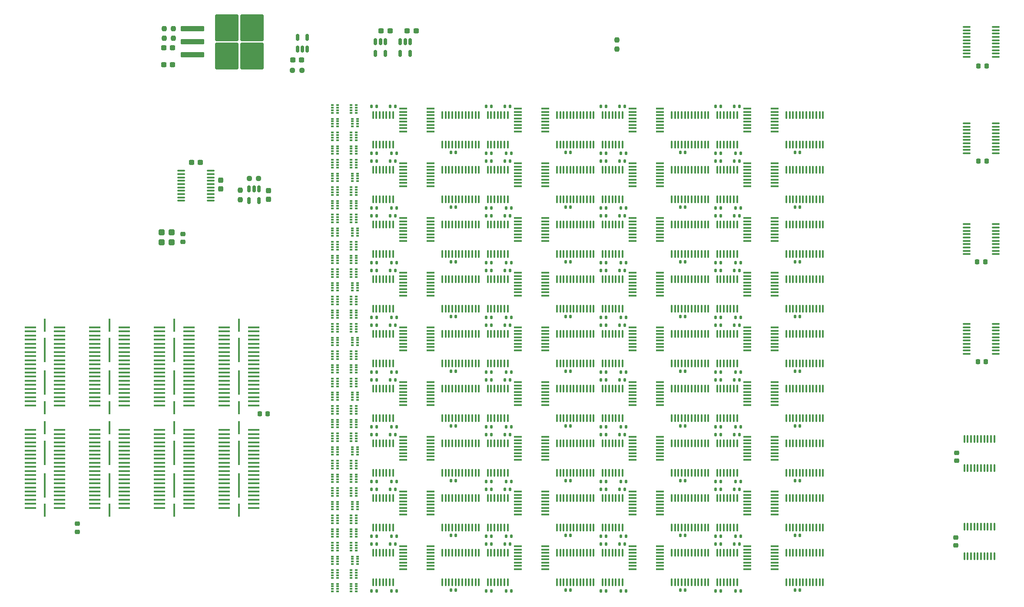
<source format=gbr>
%TF.GenerationSoftware,KiCad,Pcbnew,7.0.1*%
%TF.CreationDate,2023-04-05T17:43:42-07:00*%
%TF.ProjectId,VRSPAD-144,56525350-4144-42d3-9134-342e6b696361,rev?*%
%TF.SameCoordinates,Original*%
%TF.FileFunction,Paste,Top*%
%TF.FilePolarity,Positive*%
%FSLAX46Y46*%
G04 Gerber Fmt 4.6, Leading zero omitted, Abs format (unit mm)*
G04 Created by KiCad (PCBNEW 7.0.1) date 2023-04-05 17:43:42*
%MOMM*%
%LPD*%
G01*
G04 APERTURE LIST*
G04 Aperture macros list*
%AMRoundRect*
0 Rectangle with rounded corners*
0 $1 Rounding radius*
0 $2 $3 $4 $5 $6 $7 $8 $9 X,Y pos of 4 corners*
0 Add a 4 corners polygon primitive as box body*
4,1,4,$2,$3,$4,$5,$6,$7,$8,$9,$2,$3,0*
0 Add four circle primitives for the rounded corners*
1,1,$1+$1,$2,$3*
1,1,$1+$1,$4,$5*
1,1,$1+$1,$6,$7*
1,1,$1+$1,$8,$9*
0 Add four rect primitives between the rounded corners*
20,1,$1+$1,$2,$3,$4,$5,0*
20,1,$1+$1,$4,$5,$6,$7,0*
20,1,$1+$1,$6,$7,$8,$9,0*
20,1,$1+$1,$8,$9,$2,$3,0*%
G04 Aperture macros list end*
%ADD10RoundRect,0.140000X-0.140000X-0.170000X0.140000X-0.170000X0.140000X0.170000X-0.140000X0.170000X0*%
%ADD11RoundRect,0.135000X0.135000X0.185000X-0.135000X0.185000X-0.135000X-0.185000X0.135000X-0.185000X0*%
%ADD12R,0.500000X0.320000*%
%ADD13R,1.600000X0.410000*%
%ADD14RoundRect,0.135000X-0.135000X-0.185000X0.135000X-0.185000X0.135000X0.185000X-0.135000X0.185000X0*%
%ADD15RoundRect,0.100000X-0.100000X0.637500X-0.100000X-0.637500X0.100000X-0.637500X0.100000X0.637500X0*%
%ADD16RoundRect,0.100000X0.100000X-0.637500X0.100000X0.637500X-0.100000X0.637500X-0.100000X-0.637500X0*%
%ADD17RoundRect,0.150000X-0.150000X0.512500X-0.150000X-0.512500X0.150000X-0.512500X0.150000X0.512500X0*%
%ADD18RoundRect,0.237500X0.250000X0.237500X-0.250000X0.237500X-0.250000X-0.237500X0.250000X-0.237500X0*%
%ADD19RoundRect,0.237500X0.237500X-0.250000X0.237500X0.250000X-0.237500X0.250000X-0.237500X-0.250000X0*%
%ADD20RoundRect,0.100000X0.637500X0.100000X-0.637500X0.100000X-0.637500X-0.100000X0.637500X-0.100000X0*%
%ADD21RoundRect,0.225000X-0.225000X-0.250000X0.225000X-0.250000X0.225000X0.250000X-0.225000X0.250000X0*%
%ADD22RoundRect,0.225000X-0.250000X0.225000X-0.250000X-0.225000X0.250000X-0.225000X0.250000X0.225000X0*%
%ADD23RoundRect,0.237500X-0.300000X-0.237500X0.300000X-0.237500X0.300000X0.237500X-0.300000X0.237500X0*%
%ADD24R,2.270000X0.410000*%
%ADD25R,0.430000X2.540000*%
%ADD26R,0.430000X4.700000*%
%ADD27RoundRect,0.237500X0.300000X0.237500X-0.300000X0.237500X-0.300000X-0.237500X0.300000X-0.237500X0*%
%ADD28RoundRect,0.237500X0.237500X-0.300000X0.237500X0.300000X-0.237500X0.300000X-0.237500X-0.300000X0*%
%ADD29RoundRect,0.100000X-0.637500X-0.100000X0.637500X-0.100000X0.637500X0.100000X-0.637500X0.100000X0*%
%ADD30RoundRect,0.300000X-0.300000X0.300000X-0.300000X-0.300000X0.300000X-0.300000X0.300000X0.300000X0*%
%ADD31RoundRect,0.237500X-0.237500X0.300000X-0.237500X-0.300000X0.237500X-0.300000X0.237500X0.300000X0*%
%ADD32RoundRect,0.237500X-0.237500X0.250000X-0.237500X-0.250000X0.237500X-0.250000X0.237500X0.250000X0*%
%ADD33RoundRect,0.237500X-0.250000X-0.237500X0.250000X-0.237500X0.250000X0.237500X-0.250000X0.237500X0*%
%ADD34RoundRect,0.150000X0.150000X-0.512500X0.150000X0.512500X-0.150000X0.512500X-0.150000X-0.512500X0*%
%ADD35RoundRect,0.225000X0.250000X-0.225000X0.250000X0.225000X-0.250000X0.225000X-0.250000X-0.225000X0*%
%ADD36RoundRect,0.250000X-2.050000X-0.300000X2.050000X-0.300000X2.050000X0.300000X-2.050000X0.300000X0*%
%ADD37RoundRect,0.250000X-2.025000X-2.375000X2.025000X-2.375000X2.025000X2.375000X-2.025000X2.375000X0*%
G04 APERTURE END LIST*
D10*
%TO.C,C38*%
X162969000Y33909000D03*
X163929000Y33909000D03*
%TD*%
%TO.C,C118*%
X140617000Y76581000D03*
X141577000Y76581000D03*
%TD*%
D11*
%TO.C,R48*%
X126113000Y53594000D03*
X125093000Y53594000D03*
%TD*%
D12*
%TO.C,CN6*%
X77462000Y36334000D03*
X77462000Y36834000D03*
X77462000Y37334000D03*
X77462000Y37834000D03*
X76462000Y37834000D03*
X76462000Y37334000D03*
X76462000Y36834000D03*
X76462000Y36334000D03*
%TD*%
D13*
%TO.C,U18*%
X108978700Y31813500D03*
X108978700Y31178500D03*
X108978700Y30543500D03*
X108978700Y29908500D03*
X108978700Y29273500D03*
X108978700Y28638500D03*
X108978700Y28003500D03*
X108978700Y27368500D03*
X114287300Y27368500D03*
X114287300Y28003500D03*
X114287300Y28638500D03*
X114287300Y29273500D03*
X114287300Y29908500D03*
X114287300Y30543500D03*
X114287300Y31178500D03*
X114287300Y31813500D03*
%TD*%
%TO.C,U111*%
X153682700Y21145500D03*
X153682700Y20510500D03*
X153682700Y19875500D03*
X153682700Y19240500D03*
X153682700Y18605500D03*
X153682700Y17970500D03*
X153682700Y17335500D03*
X153682700Y16700500D03*
X158991300Y16700500D03*
X158991300Y17335500D03*
X158991300Y17970500D03*
X158991300Y18605500D03*
X158991300Y19240500D03*
X158991300Y19875500D03*
X158991300Y20510500D03*
X158991300Y21145500D03*
%TD*%
D11*
%TO.C,R128*%
X81409000Y21590000D03*
X80389000Y21590000D03*
%TD*%
D13*
%TO.C,U117*%
X131330700Y106489500D03*
X131330700Y105854500D03*
X131330700Y105219500D03*
X131330700Y104584500D03*
X131330700Y103949500D03*
X131330700Y103314500D03*
X131330700Y102679500D03*
X131330700Y102044500D03*
X136639300Y102044500D03*
X136639300Y102679500D03*
X136639300Y103314500D03*
X136639300Y103949500D03*
X136639300Y104584500D03*
X136639300Y105219500D03*
X136639300Y105854500D03*
X136639300Y106489500D03*
%TD*%
D14*
%TO.C,R9*%
X128776000Y32258000D03*
X129796000Y32258000D03*
%TD*%
D15*
%TO.C,U68*%
X151683000Y73220500D03*
X151033000Y73220500D03*
X150383000Y73220500D03*
X149733000Y73220500D03*
X149083000Y73220500D03*
X148433000Y73220500D03*
X147783000Y73220500D03*
X147783000Y67495500D03*
X148433000Y67495500D03*
X149083000Y67495500D03*
X149733000Y67495500D03*
X150383000Y67495500D03*
X151033000Y67495500D03*
X151683000Y67495500D03*
%TD*%
D13*
%TO.C,U102*%
X86626700Y21145500D03*
X86626700Y20510500D03*
X86626700Y19875500D03*
X86626700Y19240500D03*
X86626700Y18605500D03*
X86626700Y17970500D03*
X86626700Y17335500D03*
X86626700Y16700500D03*
X91935300Y16700500D03*
X91935300Y17335500D03*
X91935300Y17970500D03*
X91935300Y18605500D03*
X91935300Y19240500D03*
X91935300Y19875500D03*
X91935300Y20510500D03*
X91935300Y21145500D03*
%TD*%
D11*
%TO.C,R92*%
X126113000Y85598000D03*
X125093000Y85598000D03*
%TD*%
D10*
%TO.C,C153*%
X95913000Y97917000D03*
X96873000Y97917000D03*
%TD*%
D11*
%TO.C,R72*%
X126113000Y74930000D03*
X125093000Y74930000D03*
%TD*%
D16*
%TO.C,U58*%
X116567000Y56827500D03*
X117217000Y56827500D03*
X117867000Y56827500D03*
X118517000Y56827500D03*
X119167000Y56827500D03*
X119817000Y56827500D03*
X120467000Y56827500D03*
X121117000Y56827500D03*
X121767000Y56827500D03*
X122417000Y56827500D03*
X123067000Y56827500D03*
X123717000Y56827500D03*
X123717000Y62552500D03*
X123067000Y62552500D03*
X122417000Y62552500D03*
X121767000Y62552500D03*
X121117000Y62552500D03*
X120467000Y62552500D03*
X119817000Y62552500D03*
X119167000Y62552500D03*
X118517000Y62552500D03*
X117867000Y62552500D03*
X117217000Y62552500D03*
X116567000Y62552500D03*
%TD*%
D10*
%TO.C,C123*%
X118265000Y76581000D03*
X119225000Y76581000D03*
%TD*%
D11*
%TO.C,R16*%
X103761000Y32258000D03*
X102741000Y32258000D03*
%TD*%
D14*
%TO.C,R85*%
X151128000Y74930000D03*
X152148000Y74930000D03*
%TD*%
D16*
%TO.C,U115*%
X116567000Y99499500D03*
X117217000Y99499500D03*
X117867000Y99499500D03*
X118517000Y99499500D03*
X119167000Y99499500D03*
X119817000Y99499500D03*
X120467000Y99499500D03*
X121117000Y99499500D03*
X121767000Y99499500D03*
X122417000Y99499500D03*
X123067000Y99499500D03*
X123717000Y99499500D03*
X123717000Y105224500D03*
X123067000Y105224500D03*
X122417000Y105224500D03*
X121767000Y105224500D03*
X121117000Y105224500D03*
X120467000Y105224500D03*
X119817000Y105224500D03*
X119167000Y105224500D03*
X118517000Y105224500D03*
X117867000Y105224500D03*
X117217000Y105224500D03*
X116567000Y105224500D03*
%TD*%
D14*
%TO.C,R26*%
X151382000Y33782000D03*
X152402000Y33782000D03*
%TD*%
%TO.C,R114*%
X106678000Y87122000D03*
X107698000Y87122000D03*
%TD*%
D11*
%TO.C,R83*%
X148465000Y65786000D03*
X147445000Y65786000D03*
%TD*%
D17*
%TO.C,U13*%
X87945000Y119507000D03*
X86995000Y119507000D03*
X86045000Y119507000D03*
X86045000Y117232000D03*
X87945000Y117232000D03*
%TD*%
D18*
%TO.C,R7*%
X58438500Y92837000D03*
X56613500Y92837000D03*
%TD*%
D11*
%TO.C,R59*%
X126113000Y55118000D03*
X125093000Y55118000D03*
%TD*%
D16*
%TO.C,U40*%
X161271000Y46159500D03*
X161921000Y46159500D03*
X162571000Y46159500D03*
X163221000Y46159500D03*
X163871000Y46159500D03*
X164521000Y46159500D03*
X165171000Y46159500D03*
X165821000Y46159500D03*
X166471000Y46159500D03*
X167121000Y46159500D03*
X167771000Y46159500D03*
X168421000Y46159500D03*
X168421000Y51884500D03*
X167771000Y51884500D03*
X167121000Y51884500D03*
X166471000Y51884500D03*
X165821000Y51884500D03*
X165171000Y51884500D03*
X164521000Y51884500D03*
X163871000Y51884500D03*
X163221000Y51884500D03*
X162571000Y51884500D03*
X161921000Y51884500D03*
X161271000Y51884500D03*
%TD*%
D12*
%TO.C,RN30*%
X73779000Y14998000D03*
X73779000Y15498000D03*
X73779000Y15998000D03*
X73779000Y16498000D03*
X72779000Y16498000D03*
X72779000Y15998000D03*
X72779000Y15498000D03*
X72779000Y14998000D03*
%TD*%
D14*
%TO.C,R134*%
X106678000Y12446000D03*
X107698000Y12446000D03*
%TD*%
D11*
%TO.C,R107*%
X148465000Y87122000D03*
X147445000Y87122000D03*
%TD*%
D12*
%TO.C,RN10*%
X73779000Y47002000D03*
X73779000Y47502000D03*
X73779000Y48002000D03*
X73779000Y48502000D03*
X72779000Y48502000D03*
X72779000Y48002000D03*
X72779000Y47502000D03*
X72779000Y47002000D03*
%TD*%
D10*
%TO.C,C108*%
X162969000Y65913000D03*
X163929000Y65913000D03*
%TD*%
D11*
%TO.C,R55*%
X81409000Y55118000D03*
X80389000Y55118000D03*
%TD*%
%TO.C,R43*%
X148465000Y44450000D03*
X147445000Y44450000D03*
%TD*%
D14*
%TO.C,R130*%
X129030000Y12446000D03*
X130050000Y12446000D03*
%TD*%
%TO.C,R93*%
X128776000Y85598000D03*
X129796000Y85598000D03*
%TD*%
D19*
%TO.C,R3*%
X41838000Y120226500D03*
X41838000Y122051500D03*
%TD*%
D10*
%TO.C,C78*%
X140617000Y55245000D03*
X141577000Y55245000D03*
%TD*%
D13*
%TO.C,U60*%
X131330700Y74485500D03*
X131330700Y73850500D03*
X131330700Y73215500D03*
X131330700Y72580500D03*
X131330700Y71945500D03*
X131330700Y71310500D03*
X131330700Y70675500D03*
X131330700Y70040500D03*
X136639300Y70040500D03*
X136639300Y70675500D03*
X136639300Y71310500D03*
X136639300Y71945500D03*
X136639300Y72580500D03*
X136639300Y73215500D03*
X136639300Y73850500D03*
X136639300Y74485500D03*
%TD*%
D12*
%TO.C,CN23*%
X77716000Y81673000D03*
X77716000Y82173000D03*
X77716000Y82673000D03*
X77716000Y83173000D03*
X76716000Y83173000D03*
X76716000Y82673000D03*
X76716000Y82173000D03*
X76716000Y81673000D03*
%TD*%
D14*
%TO.C,R74*%
X84326000Y65786000D03*
X85346000Y65786000D03*
%TD*%
%TO.C,R57*%
X84072000Y64262000D03*
X85092000Y64262000D03*
%TD*%
D12*
%TO.C,RN15*%
X73779000Y60337000D03*
X73779000Y60837000D03*
X73779000Y61337000D03*
X73779000Y61837000D03*
X72779000Y61837000D03*
X72779000Y61337000D03*
X72779000Y60837000D03*
X72779000Y60337000D03*
%TD*%
D14*
%TO.C,R94*%
X106678000Y76454000D03*
X107698000Y76454000D03*
%TD*%
D12*
%TO.C,RN35*%
X73779000Y103009000D03*
X73779000Y103509000D03*
X73779000Y104009000D03*
X73779000Y104509000D03*
X72779000Y104509000D03*
X72779000Y104009000D03*
X72779000Y103509000D03*
X72779000Y103009000D03*
%TD*%
D13*
%TO.C,U36*%
X108978700Y53149500D03*
X108978700Y52514500D03*
X108978700Y51879500D03*
X108978700Y51244500D03*
X108978700Y50609500D03*
X108978700Y49974500D03*
X108978700Y49339500D03*
X108978700Y48704500D03*
X114287300Y48704500D03*
X114287300Y49339500D03*
X114287300Y49974500D03*
X114287300Y50609500D03*
X114287300Y51244500D03*
X114287300Y51879500D03*
X114287300Y52514500D03*
X114287300Y53149500D03*
%TD*%
D10*
%TO.C,C163*%
X95913000Y12573000D03*
X96873000Y12573000D03*
%TD*%
D14*
%TO.C,R133*%
X128776000Y21590000D03*
X129796000Y21590000D03*
%TD*%
D20*
%TO.C,U119*%
X202125500Y78101000D03*
X202125500Y78751000D03*
X202125500Y79401000D03*
X202125500Y80051000D03*
X202125500Y80701000D03*
X202125500Y81351000D03*
X202125500Y82001000D03*
X202125500Y82651000D03*
X202125500Y83301000D03*
X202125500Y83951000D03*
X196400500Y83951000D03*
X196400500Y83301000D03*
X196400500Y82651000D03*
X196400500Y82001000D03*
X196400500Y81351000D03*
X196400500Y80701000D03*
X196400500Y80051000D03*
X196400500Y79401000D03*
X196400500Y78751000D03*
X196400500Y78101000D03*
%TD*%
D11*
%TO.C,R131*%
X126113000Y12446000D03*
X125093000Y12446000D03*
%TD*%
D12*
%TO.C,CN16*%
X77462000Y63004000D03*
X77462000Y63504000D03*
X77462000Y64004000D03*
X77462000Y64504000D03*
X76462000Y64504000D03*
X76462000Y64004000D03*
X76462000Y63504000D03*
X76462000Y63004000D03*
%TD*%
D14*
%TO.C,R73*%
X128776000Y74930000D03*
X129796000Y74930000D03*
%TD*%
D10*
%TO.C,C138*%
X162969000Y87249000D03*
X163929000Y87249000D03*
%TD*%
D14*
%TO.C,R13*%
X151128000Y32258000D03*
X152148000Y32258000D03*
%TD*%
D12*
%TO.C,RN34*%
X73779000Y100342000D03*
X73779000Y100842000D03*
X73779000Y101342000D03*
X73779000Y101842000D03*
X72779000Y101842000D03*
X72779000Y101342000D03*
X72779000Y100842000D03*
X72779000Y100342000D03*
%TD*%
%TO.C,RN1*%
X73779000Y22999000D03*
X73779000Y23499000D03*
X73779000Y23999000D03*
X73779000Y24499000D03*
X72779000Y24499000D03*
X72779000Y23999000D03*
X72779000Y23499000D03*
X72779000Y22999000D03*
%TD*%
D14*
%TO.C,R118*%
X84326000Y97790000D03*
X85346000Y97790000D03*
%TD*%
D12*
%TO.C,CN29*%
X77462000Y12331000D03*
X77462000Y12831000D03*
X77462000Y13331000D03*
X77462000Y13831000D03*
X76462000Y13831000D03*
X76462000Y13331000D03*
X76462000Y12831000D03*
X76462000Y12331000D03*
%TD*%
D15*
%TO.C,U77*%
X106979000Y83888500D03*
X106329000Y83888500D03*
X105679000Y83888500D03*
X105029000Y83888500D03*
X104379000Y83888500D03*
X103729000Y83888500D03*
X103079000Y83888500D03*
X103079000Y78163500D03*
X103729000Y78163500D03*
X104379000Y78163500D03*
X105029000Y78163500D03*
X105679000Y78163500D03*
X106329000Y78163500D03*
X106979000Y78163500D03*
%TD*%
D12*
%TO.C,RN27*%
X73779000Y92341000D03*
X73779000Y92841000D03*
X73779000Y93341000D03*
X73779000Y93841000D03*
X72779000Y93841000D03*
X72779000Y93341000D03*
X72779000Y92841000D03*
X72779000Y92341000D03*
%TD*%
D11*
%TO.C,R140*%
X148465000Y21590000D03*
X147445000Y21590000D03*
%TD*%
D16*
%TO.C,U73*%
X94215000Y78163500D03*
X94865000Y78163500D03*
X95515000Y78163500D03*
X96165000Y78163500D03*
X96815000Y78163500D03*
X97465000Y78163500D03*
X98115000Y78163500D03*
X98765000Y78163500D03*
X99415000Y78163500D03*
X100065000Y78163500D03*
X100715000Y78163500D03*
X101365000Y78163500D03*
X101365000Y83888500D03*
X100715000Y83888500D03*
X100065000Y83888500D03*
X99415000Y83888500D03*
X98765000Y83888500D03*
X98115000Y83888500D03*
X97465000Y83888500D03*
X96815000Y83888500D03*
X96165000Y83888500D03*
X95515000Y83888500D03*
X94865000Y83888500D03*
X94215000Y83888500D03*
%TD*%
D10*
%TO.C,C88*%
X118265000Y55245000D03*
X119225000Y55245000D03*
%TD*%
D21*
%TO.C,C193*%
X198615000Y57150000D03*
X200165000Y57150000D03*
%TD*%
D12*
%TO.C,RN4*%
X73779000Y31000000D03*
X73779000Y31500000D03*
X73779000Y32000000D03*
X73779000Y32500000D03*
X72779000Y32500000D03*
X72779000Y32000000D03*
X72779000Y31500000D03*
X72779000Y31000000D03*
%TD*%
D14*
%TO.C,R41*%
X106424000Y53594000D03*
X107444000Y53594000D03*
%TD*%
D10*
%TO.C,C93*%
X140617000Y65913000D03*
X141577000Y65913000D03*
%TD*%
D14*
%TO.C,R149*%
X128776000Y106934000D03*
X129796000Y106934000D03*
%TD*%
D15*
%TO.C,U95*%
X84627000Y105224500D03*
X83977000Y105224500D03*
X83327000Y105224500D03*
X82677000Y105224500D03*
X82027000Y105224500D03*
X81377000Y105224500D03*
X80727000Y105224500D03*
X80727000Y99499500D03*
X81377000Y99499500D03*
X82027000Y99499500D03*
X82677000Y99499500D03*
X83327000Y99499500D03*
X83977000Y99499500D03*
X84627000Y99499500D03*
%TD*%
D12*
%TO.C,RN7*%
X73779000Y39001000D03*
X73779000Y39501000D03*
X73779000Y40001000D03*
X73779000Y40501000D03*
X72779000Y40501000D03*
X72779000Y40001000D03*
X72779000Y39501000D03*
X72779000Y39001000D03*
%TD*%
D15*
%TO.C,U56*%
X106979000Y62552500D03*
X106329000Y62552500D03*
X105679000Y62552500D03*
X105029000Y62552500D03*
X104379000Y62552500D03*
X103729000Y62552500D03*
X103079000Y62552500D03*
X103079000Y56827500D03*
X103729000Y56827500D03*
X104379000Y56827500D03*
X105029000Y56827500D03*
X105679000Y56827500D03*
X106329000Y56827500D03*
X106979000Y56827500D03*
%TD*%
D14*
%TO.C,R61*%
X128776000Y64262000D03*
X129796000Y64262000D03*
%TD*%
D12*
%TO.C,CN12*%
X77462000Y52336000D03*
X77462000Y52836000D03*
X77462000Y53336000D03*
X77462000Y53836000D03*
X76462000Y53836000D03*
X76462000Y53336000D03*
X76462000Y52836000D03*
X76462000Y52336000D03*
%TD*%
D13*
%TO.C,U114*%
X108978700Y106489500D03*
X108978700Y105854500D03*
X108978700Y105219500D03*
X108978700Y104584500D03*
X108978700Y103949500D03*
X108978700Y103314500D03*
X108978700Y102679500D03*
X108978700Y102044500D03*
X114287300Y102044500D03*
X114287300Y102679500D03*
X114287300Y103314500D03*
X114287300Y103949500D03*
X114287300Y104584500D03*
X114287300Y105219500D03*
X114287300Y105854500D03*
X114287300Y106489500D03*
%TD*%
D16*
%TO.C,U52*%
X138919000Y56827500D03*
X139569000Y56827500D03*
X140219000Y56827500D03*
X140869000Y56827500D03*
X141519000Y56827500D03*
X142169000Y56827500D03*
X142819000Y56827500D03*
X143469000Y56827500D03*
X144119000Y56827500D03*
X144769000Y56827500D03*
X145419000Y56827500D03*
X146069000Y56827500D03*
X146069000Y62552500D03*
X145419000Y62552500D03*
X144769000Y62552500D03*
X144119000Y62552500D03*
X143469000Y62552500D03*
X142819000Y62552500D03*
X142169000Y62552500D03*
X141519000Y62552500D03*
X140869000Y62552500D03*
X140219000Y62552500D03*
X139569000Y62552500D03*
X138919000Y62552500D03*
%TD*%
D11*
%TO.C,R135*%
X103761000Y12446000D03*
X102741000Y12446000D03*
%TD*%
D13*
%TO.C,U96*%
X86626700Y106489500D03*
X86626700Y105854500D03*
X86626700Y105219500D03*
X86626700Y104584500D03*
X86626700Y103949500D03*
X86626700Y103314500D03*
X86626700Y102679500D03*
X86626700Y102044500D03*
X91935300Y102044500D03*
X91935300Y102679500D03*
X91935300Y103314500D03*
X91935300Y103949500D03*
X91935300Y104584500D03*
X91935300Y105219500D03*
X91935300Y105854500D03*
X91935300Y106489500D03*
%TD*%
D12*
%TO.C,RN13*%
X73779000Y55003000D03*
X73779000Y55503000D03*
X73779000Y56003000D03*
X73779000Y56503000D03*
X72779000Y56503000D03*
X72779000Y56003000D03*
X72779000Y55503000D03*
X72779000Y55003000D03*
%TD*%
%TO.C,CN34*%
X77462000Y100342000D03*
X77462000Y100842000D03*
X77462000Y101342000D03*
X77462000Y101842000D03*
X76462000Y101842000D03*
X76462000Y101342000D03*
X76462000Y100842000D03*
X76462000Y100342000D03*
%TD*%
D14*
%TO.C,R42*%
X151382000Y44450000D03*
X152402000Y44450000D03*
%TD*%
D11*
%TO.C,R52*%
X81409000Y53594000D03*
X80389000Y53594000D03*
%TD*%
D14*
%TO.C,R81*%
X106424000Y74930000D03*
X107444000Y74930000D03*
%TD*%
D11*
%TO.C,R147*%
X126113000Y97790000D03*
X125093000Y97790000D03*
%TD*%
D12*
%TO.C,RN28*%
X73779000Y95008000D03*
X73779000Y95508000D03*
X73779000Y96008000D03*
X73779000Y96508000D03*
X72779000Y96508000D03*
X72779000Y96008000D03*
X72779000Y95508000D03*
X72779000Y95008000D03*
%TD*%
D16*
%TO.C,U109*%
X116567000Y14155500D03*
X117217000Y14155500D03*
X117867000Y14155500D03*
X118517000Y14155500D03*
X119167000Y14155500D03*
X119817000Y14155500D03*
X120467000Y14155500D03*
X121117000Y14155500D03*
X121767000Y14155500D03*
X122417000Y14155500D03*
X123067000Y14155500D03*
X123717000Y14155500D03*
X123717000Y19880500D03*
X123067000Y19880500D03*
X122417000Y19880500D03*
X121767000Y19880500D03*
X121117000Y19880500D03*
X120467000Y19880500D03*
X119817000Y19880500D03*
X119167000Y19880500D03*
X118517000Y19880500D03*
X117867000Y19880500D03*
X117217000Y19880500D03*
X116567000Y19880500D03*
%TD*%
D14*
%TO.C,R122*%
X151382000Y97790000D03*
X152402000Y97790000D03*
%TD*%
D12*
%TO.C,RN18*%
X73779000Y68338000D03*
X73779000Y68838000D03*
X73779000Y69338000D03*
X73779000Y69838000D03*
X72779000Y69838000D03*
X72779000Y69338000D03*
X72779000Y68838000D03*
X72779000Y68338000D03*
%TD*%
%TO.C,CN21*%
X77462000Y76339000D03*
X77462000Y76839000D03*
X77462000Y77339000D03*
X77462000Y77839000D03*
X76462000Y77839000D03*
X76462000Y77339000D03*
X76462000Y76839000D03*
X76462000Y76339000D03*
%TD*%
%TO.C,CN5*%
X77462000Y33667000D03*
X77462000Y34167000D03*
X77462000Y34667000D03*
X77462000Y35167000D03*
X76462000Y35167000D03*
X76462000Y34667000D03*
X76462000Y34167000D03*
X76462000Y33667000D03*
%TD*%
D15*
%TO.C,U62*%
X84627000Y73220500D03*
X83977000Y73220500D03*
X83327000Y73220500D03*
X82677000Y73220500D03*
X82027000Y73220500D03*
X81377000Y73220500D03*
X80727000Y73220500D03*
X80727000Y67495500D03*
X81377000Y67495500D03*
X82027000Y67495500D03*
X82677000Y67495500D03*
X83327000Y67495500D03*
X83977000Y67495500D03*
X84627000Y67495500D03*
%TD*%
D12*
%TO.C,CN11*%
X77716000Y49669000D03*
X77716000Y50169000D03*
X77716000Y50669000D03*
X77716000Y51169000D03*
X76716000Y51169000D03*
X76716000Y50669000D03*
X76716000Y50169000D03*
X76716000Y49669000D03*
%TD*%
%TO.C,CN10*%
X77462000Y47002000D03*
X77462000Y47502000D03*
X77462000Y48002000D03*
X77462000Y48502000D03*
X76462000Y48502000D03*
X76462000Y48002000D03*
X76462000Y47502000D03*
X76462000Y47002000D03*
%TD*%
D15*
%TO.C,U74*%
X129331000Y83888500D03*
X128681000Y83888500D03*
X128031000Y83888500D03*
X127381000Y83888500D03*
X126731000Y83888500D03*
X126081000Y83888500D03*
X125431000Y83888500D03*
X125431000Y78163500D03*
X126081000Y78163500D03*
X126731000Y78163500D03*
X127381000Y78163500D03*
X128031000Y78163500D03*
X128681000Y78163500D03*
X129331000Y78163500D03*
%TD*%
D11*
%TO.C,R27*%
X148465000Y33782000D03*
X147445000Y33782000D03*
%TD*%
D13*
%TO.C,U87*%
X153682700Y95821500D03*
X153682700Y95186500D03*
X153682700Y94551500D03*
X153682700Y93916500D03*
X153682700Y93281500D03*
X153682700Y92646500D03*
X153682700Y92011500D03*
X153682700Y91376500D03*
X158991300Y91376500D03*
X158991300Y92011500D03*
X158991300Y92646500D03*
X158991300Y93281500D03*
X158991300Y93916500D03*
X158991300Y94551500D03*
X158991300Y95186500D03*
X158991300Y95821500D03*
%TD*%
D14*
%TO.C,R145*%
X106424000Y106934000D03*
X107444000Y106934000D03*
%TD*%
D10*
%TO.C,C33*%
X95913000Y33909000D03*
X96873000Y33909000D03*
%TD*%
D11*
%TO.C,R124*%
X148465000Y106934000D03*
X147445000Y106934000D03*
%TD*%
%TO.C,R112*%
X126113000Y96266000D03*
X125093000Y96266000D03*
%TD*%
D10*
%TO.C,C148*%
X118265000Y87249000D03*
X119225000Y87249000D03*
%TD*%
D12*
%TO.C,CN22*%
X77462000Y79006000D03*
X77462000Y79506000D03*
X77462000Y80006000D03*
X77462000Y80506000D03*
X76462000Y80506000D03*
X76462000Y80006000D03*
X76462000Y79506000D03*
X76462000Y79006000D03*
%TD*%
%TO.C,RN22*%
X73779000Y79006000D03*
X73779000Y79506000D03*
X73779000Y80006000D03*
X73779000Y80506000D03*
X72779000Y80506000D03*
X72779000Y80006000D03*
X72779000Y79506000D03*
X72779000Y79006000D03*
%TD*%
D10*
%TO.C,C53*%
X118265000Y44577000D03*
X119225000Y44577000D03*
%TD*%
D12*
%TO.C,RN25*%
X73779000Y87007000D03*
X73779000Y87507000D03*
X73779000Y88007000D03*
X73779000Y88507000D03*
X72779000Y88507000D03*
X72779000Y88007000D03*
X72779000Y87507000D03*
X72779000Y87007000D03*
%TD*%
%TO.C,RN14*%
X73779000Y57670000D03*
X73779000Y58170000D03*
X73779000Y58670000D03*
X73779000Y59170000D03*
X72779000Y59170000D03*
X72779000Y58670000D03*
X72779000Y58170000D03*
X72779000Y57670000D03*
%TD*%
D22*
%TO.C,C198*%
X23114000Y25540000D03*
X23114000Y23990000D03*
%TD*%
D10*
%TO.C,C133*%
X95913000Y87249000D03*
X96873000Y87249000D03*
%TD*%
D11*
%TO.C,R91*%
X126113000Y76454000D03*
X125093000Y76454000D03*
%TD*%
D10*
%TO.C,C48*%
X140617000Y33909000D03*
X141577000Y33909000D03*
%TD*%
D14*
%TO.C,R30*%
X106678000Y33782000D03*
X107698000Y33782000D03*
%TD*%
%TO.C,R77*%
X84072000Y74930000D03*
X85092000Y74930000D03*
%TD*%
D11*
%TO.C,R127*%
X81409000Y12446000D03*
X80389000Y12446000D03*
%TD*%
D14*
%TO.C,R98*%
X151382000Y76454000D03*
X152402000Y76454000D03*
%TD*%
%TO.C,R34*%
X129030000Y33782000D03*
X130050000Y33782000D03*
%TD*%
D12*
%TO.C,CN32*%
X77462000Y20332000D03*
X77462000Y20832000D03*
X77462000Y21332000D03*
X77462000Y21832000D03*
X76462000Y21832000D03*
X76462000Y21332000D03*
X76462000Y20832000D03*
X76462000Y20332000D03*
%TD*%
D14*
%TO.C,R65*%
X151128000Y64262000D03*
X152148000Y64262000D03*
%TD*%
D16*
%TO.C,U55*%
X161271000Y56827500D03*
X161921000Y56827500D03*
X162571000Y56827500D03*
X163221000Y56827500D03*
X163871000Y56827500D03*
X164521000Y56827500D03*
X165171000Y56827500D03*
X165821000Y56827500D03*
X166471000Y56827500D03*
X167121000Y56827500D03*
X167771000Y56827500D03*
X168421000Y56827500D03*
X168421000Y62552500D03*
X167771000Y62552500D03*
X167121000Y62552500D03*
X166471000Y62552500D03*
X165821000Y62552500D03*
X165171000Y62552500D03*
X164521000Y62552500D03*
X163871000Y62552500D03*
X163221000Y62552500D03*
X162571000Y62552500D03*
X161921000Y62552500D03*
X161271000Y62552500D03*
%TD*%
D10*
%TO.C,C58*%
X162969000Y44577000D03*
X163929000Y44577000D03*
%TD*%
D11*
%TO.C,R15*%
X103761000Y23114000D03*
X102741000Y23114000D03*
%TD*%
%TO.C,R67*%
X103761000Y55118000D03*
X102741000Y55118000D03*
%TD*%
D15*
%TO.C,U20*%
X84627000Y30548500D03*
X83977000Y30548500D03*
X83327000Y30548500D03*
X82677000Y30548500D03*
X82027000Y30548500D03*
X81377000Y30548500D03*
X80727000Y30548500D03*
X80727000Y24823500D03*
X81377000Y24823500D03*
X82027000Y24823500D03*
X82677000Y24823500D03*
X83327000Y24823500D03*
X83977000Y24823500D03*
X84627000Y24823500D03*
%TD*%
%TO.C,U41*%
X129331000Y51884500D03*
X128681000Y51884500D03*
X128031000Y51884500D03*
X127381000Y51884500D03*
X126731000Y51884500D03*
X126081000Y51884500D03*
X125431000Y51884500D03*
X125431000Y46159500D03*
X126081000Y46159500D03*
X126731000Y46159500D03*
X127381000Y46159500D03*
X128031000Y46159500D03*
X128681000Y46159500D03*
X129331000Y46159500D03*
%TD*%
D12*
%TO.C,CN4*%
X77462000Y31000000D03*
X77462000Y31500000D03*
X77462000Y32000000D03*
X77462000Y32500000D03*
X76462000Y32500000D03*
X76462000Y32000000D03*
X76462000Y31500000D03*
X76462000Y31000000D03*
%TD*%
D13*
%TO.C,U93*%
X108978700Y95821500D03*
X108978700Y95186500D03*
X108978700Y94551500D03*
X108978700Y93916500D03*
X108978700Y93281500D03*
X108978700Y92646500D03*
X108978700Y92011500D03*
X108978700Y91376500D03*
X114287300Y91376500D03*
X114287300Y92011500D03*
X114287300Y92646500D03*
X114287300Y93281500D03*
X114287300Y93916500D03*
X114287300Y94551500D03*
X114287300Y95186500D03*
X114287300Y95821500D03*
%TD*%
D14*
%TO.C,R97*%
X106424000Y85598000D03*
X107444000Y85598000D03*
%TD*%
D23*
%TO.C,C11*%
X45365500Y96012000D03*
X47090500Y96012000D03*
%TD*%
D14*
%TO.C,R109*%
X151128000Y96266000D03*
X152148000Y96266000D03*
%TD*%
D11*
%TO.C,R2*%
X126113000Y23114000D03*
X125093000Y23114000D03*
%TD*%
D13*
%TO.C,U75*%
X131330700Y85153500D03*
X131330700Y84518500D03*
X131330700Y83883500D03*
X131330700Y83248500D03*
X131330700Y82613500D03*
X131330700Y81978500D03*
X131330700Y81343500D03*
X131330700Y80708500D03*
X136639300Y80708500D03*
X136639300Y81343500D03*
X136639300Y81978500D03*
X136639300Y82613500D03*
X136639300Y83248500D03*
X136639300Y83883500D03*
X136639300Y84518500D03*
X136639300Y85153500D03*
%TD*%
D12*
%TO.C,RN17*%
X73779000Y65671000D03*
X73779000Y66171000D03*
X73779000Y66671000D03*
X73779000Y67171000D03*
X72779000Y67171000D03*
X72779000Y66671000D03*
X72779000Y66171000D03*
X72779000Y65671000D03*
%TD*%
D14*
%TO.C,R78*%
X106678000Y65786000D03*
X107698000Y65786000D03*
%TD*%
D16*
%TO.C,U124*%
X195957000Y36380500D03*
X196607000Y36380500D03*
X197257000Y36380500D03*
X197907000Y36380500D03*
X198557000Y36380500D03*
X199207000Y36380500D03*
X199857000Y36380500D03*
X200507000Y36380500D03*
X201157000Y36380500D03*
X201807000Y36380500D03*
X201807000Y42105500D03*
X201157000Y42105500D03*
X200507000Y42105500D03*
X199857000Y42105500D03*
X199207000Y42105500D03*
X198557000Y42105500D03*
X197907000Y42105500D03*
X197257000Y42105500D03*
X196607000Y42105500D03*
X195957000Y42105500D03*
%TD*%
D11*
%TO.C,R99*%
X148465000Y76454000D03*
X147445000Y76454000D03*
%TD*%
D16*
%TO.C,U82*%
X161271000Y78163500D03*
X161921000Y78163500D03*
X162571000Y78163500D03*
X163221000Y78163500D03*
X163871000Y78163500D03*
X164521000Y78163500D03*
X165171000Y78163500D03*
X165821000Y78163500D03*
X166471000Y78163500D03*
X167121000Y78163500D03*
X167771000Y78163500D03*
X168421000Y78163500D03*
X168421000Y83888500D03*
X167771000Y83888500D03*
X167121000Y83888500D03*
X166471000Y83888500D03*
X165821000Y83888500D03*
X165171000Y83888500D03*
X164521000Y83888500D03*
X163871000Y83888500D03*
X163221000Y83888500D03*
X162571000Y83888500D03*
X161921000Y83888500D03*
X161271000Y83888500D03*
%TD*%
D15*
%TO.C,U98*%
X151683000Y105224500D03*
X151033000Y105224500D03*
X150383000Y105224500D03*
X149733000Y105224500D03*
X149083000Y105224500D03*
X148433000Y105224500D03*
X147783000Y105224500D03*
X147783000Y99499500D03*
X148433000Y99499500D03*
X149083000Y99499500D03*
X149733000Y99499500D03*
X150383000Y99499500D03*
X151033000Y99499500D03*
X151683000Y99499500D03*
%TD*%
D24*
%TO.C,J8*%
X51722000Y63828000D03*
X57452000Y63828000D03*
X51722000Y63028000D03*
X57452000Y63028000D03*
X51722000Y62228000D03*
X57452000Y62228000D03*
X51722000Y61428000D03*
X57452000Y61428000D03*
X51722000Y60628000D03*
X57452000Y60628000D03*
X51722000Y59828000D03*
X57452000Y59828000D03*
X51722000Y59028000D03*
X57452000Y59028000D03*
X51722000Y58228000D03*
X57452000Y58228000D03*
X51722000Y57428000D03*
X57452000Y57428000D03*
X51722000Y56628000D03*
X57452000Y56628000D03*
X51722000Y55828000D03*
X57452000Y55828000D03*
X51722000Y55028000D03*
X57452000Y55028000D03*
X51722000Y54228000D03*
X57452000Y54228000D03*
X51722000Y53428000D03*
X57452000Y53428000D03*
X51722000Y52628000D03*
X57452000Y52628000D03*
X51722000Y51828000D03*
X57452000Y51828000D03*
X51722000Y51028000D03*
X57452000Y51028000D03*
X51722000Y50228000D03*
X57452000Y50228000D03*
X51722000Y49428000D03*
X57452000Y49428000D03*
X51722000Y48628000D03*
X57452000Y48628000D03*
X51722000Y43828000D03*
X57452000Y43828000D03*
X51722000Y43028000D03*
X57452000Y43028000D03*
X51722000Y42228000D03*
X57452000Y42228000D03*
X51722000Y41428000D03*
X57452000Y41428000D03*
X51722000Y40628000D03*
X57452000Y40628000D03*
X51722000Y39828000D03*
X57452000Y39828000D03*
X51722000Y39028000D03*
X57452000Y39028000D03*
X51722000Y38228000D03*
X57452000Y38228000D03*
X51722000Y37428000D03*
X57452000Y37428000D03*
X51722000Y36628000D03*
X57452000Y36628000D03*
X51722000Y35828000D03*
X57452000Y35828000D03*
X51722000Y35028000D03*
X57452000Y35028000D03*
X51722000Y34228000D03*
X57452000Y34228000D03*
X51722000Y33428000D03*
X57452000Y33428000D03*
X51722000Y32628000D03*
X57452000Y32628000D03*
X51722000Y31828000D03*
X57452000Y31828000D03*
X51722000Y31028000D03*
X57452000Y31028000D03*
X51722000Y30228000D03*
X57452000Y30228000D03*
X51722000Y29428000D03*
X57452000Y29428000D03*
X51722000Y28628000D03*
X57452000Y28628000D03*
D25*
X54587000Y64293000D03*
D26*
X54587000Y59403000D03*
X54587000Y53053000D03*
D25*
X54587000Y48163000D03*
X54587000Y44293000D03*
D26*
X54587000Y39403000D03*
X54587000Y33053000D03*
D25*
X54587000Y28163000D03*
%TD*%
D27*
%TO.C,C18*%
X89127500Y121671500D03*
X87402500Y121671500D03*
%TD*%
D14*
%TO.C,R50*%
X84326000Y44450000D03*
X85346000Y44450000D03*
%TD*%
D11*
%TO.C,R39*%
X103761000Y44450000D03*
X102741000Y44450000D03*
%TD*%
D15*
%TO.C,U23*%
X84627000Y41216500D03*
X83977000Y41216500D03*
X83327000Y41216500D03*
X82677000Y41216500D03*
X82027000Y41216500D03*
X81377000Y41216500D03*
X80727000Y41216500D03*
X80727000Y35491500D03*
X81377000Y35491500D03*
X82027000Y35491500D03*
X82677000Y35491500D03*
X83327000Y35491500D03*
X83977000Y35491500D03*
X84627000Y35491500D03*
%TD*%
D12*
%TO.C,CN2*%
X77462000Y25666000D03*
X77462000Y26166000D03*
X77462000Y26666000D03*
X77462000Y27166000D03*
X76462000Y27166000D03*
X76462000Y26666000D03*
X76462000Y26166000D03*
X76462000Y25666000D03*
%TD*%
D14*
%TO.C,R62*%
X151382000Y55118000D03*
X152402000Y55118000D03*
%TD*%
%TO.C,R137*%
X106424000Y21590000D03*
X107444000Y21590000D03*
%TD*%
D12*
%TO.C,CN26*%
X77462000Y89674000D03*
X77462000Y90174000D03*
X77462000Y90674000D03*
X77462000Y91174000D03*
X76462000Y91174000D03*
X76462000Y90674000D03*
X76462000Y90174000D03*
X76462000Y89674000D03*
%TD*%
D11*
%TO.C,R68*%
X103761000Y64262000D03*
X102741000Y64262000D03*
%TD*%
D28*
%TO.C,C15*%
X60320000Y88799500D03*
X60320000Y90524500D03*
%TD*%
D12*
%TO.C,CN36*%
X77462000Y105676000D03*
X77462000Y106176000D03*
X77462000Y106676000D03*
X77462000Y107176000D03*
X76462000Y107176000D03*
X76462000Y106676000D03*
X76462000Y106176000D03*
X76462000Y105676000D03*
%TD*%
D11*
%TO.C,R119*%
X81409000Y97790000D03*
X80389000Y97790000D03*
%TD*%
D10*
%TO.C,C98*%
X95913000Y65913000D03*
X96873000Y65913000D03*
%TD*%
D11*
%TO.C,R84*%
X148465000Y74930000D03*
X147445000Y74930000D03*
%TD*%
D14*
%TO.C,R45*%
X151128000Y53594000D03*
X152148000Y53594000D03*
%TD*%
D12*
%TO.C,RN12*%
X73779000Y52336000D03*
X73779000Y52836000D03*
X73779000Y53336000D03*
X73779000Y53836000D03*
X72779000Y53836000D03*
X72779000Y53336000D03*
X72779000Y52836000D03*
X72779000Y52336000D03*
%TD*%
D14*
%TO.C,R46*%
X129030000Y44450000D03*
X130050000Y44450000D03*
%TD*%
D12*
%TO.C,CN7*%
X77716000Y39001000D03*
X77716000Y39501000D03*
X77716000Y40001000D03*
X77716000Y40501000D03*
X76716000Y40501000D03*
X76716000Y40001000D03*
X76716000Y39501000D03*
X76716000Y39001000D03*
%TD*%
D13*
%TO.C,U84*%
X86626700Y95821500D03*
X86626700Y95186500D03*
X86626700Y94551500D03*
X86626700Y93916500D03*
X86626700Y93281500D03*
X86626700Y92646500D03*
X86626700Y92011500D03*
X86626700Y91376500D03*
X91935300Y91376500D03*
X91935300Y92011500D03*
X91935300Y92646500D03*
X91935300Y93281500D03*
X91935300Y93916500D03*
X91935300Y94551500D03*
X91935300Y95186500D03*
X91935300Y95821500D03*
%TD*%
D12*
%TO.C,CN17*%
X77462000Y65671000D03*
X77462000Y66171000D03*
X77462000Y66671000D03*
X77462000Y67171000D03*
X76462000Y67171000D03*
X76462000Y66671000D03*
X76462000Y66171000D03*
X76462000Y65671000D03*
%TD*%
D14*
%TO.C,R113*%
X128776000Y96266000D03*
X129796000Y96266000D03*
%TD*%
D16*
%TO.C,U11*%
X138919000Y24823500D03*
X139569000Y24823500D03*
X140219000Y24823500D03*
X140869000Y24823500D03*
X141519000Y24823500D03*
X142169000Y24823500D03*
X142819000Y24823500D03*
X143469000Y24823500D03*
X144119000Y24823500D03*
X144769000Y24823500D03*
X145419000Y24823500D03*
X146069000Y24823500D03*
X146069000Y30548500D03*
X145419000Y30548500D03*
X144769000Y30548500D03*
X144119000Y30548500D03*
X143469000Y30548500D03*
X142819000Y30548500D03*
X142169000Y30548500D03*
X141519000Y30548500D03*
X140869000Y30548500D03*
X140219000Y30548500D03*
X139569000Y30548500D03*
X138919000Y30548500D03*
%TD*%
D12*
%TO.C,CN15*%
X77716000Y60337000D03*
X77716000Y60837000D03*
X77716000Y61337000D03*
X77716000Y61837000D03*
X76716000Y61837000D03*
X76716000Y61337000D03*
X76716000Y60837000D03*
X76716000Y60337000D03*
%TD*%
D14*
%TO.C,R1*%
X129030000Y23114000D03*
X130050000Y23114000D03*
%TD*%
D16*
%TO.C,U70*%
X161271000Y67495500D03*
X161921000Y67495500D03*
X162571000Y67495500D03*
X163221000Y67495500D03*
X163871000Y67495500D03*
X164521000Y67495500D03*
X165171000Y67495500D03*
X165821000Y67495500D03*
X166471000Y67495500D03*
X167121000Y67495500D03*
X167771000Y67495500D03*
X168421000Y67495500D03*
X168421000Y73220500D03*
X167771000Y73220500D03*
X167121000Y73220500D03*
X166471000Y73220500D03*
X165821000Y73220500D03*
X165171000Y73220500D03*
X164521000Y73220500D03*
X163871000Y73220500D03*
X163221000Y73220500D03*
X162571000Y73220500D03*
X161921000Y73220500D03*
X161271000Y73220500D03*
%TD*%
D11*
%TO.C,R115*%
X103761000Y87122000D03*
X102741000Y87122000D03*
%TD*%
%TO.C,R20*%
X81409000Y32258000D03*
X80389000Y32258000D03*
%TD*%
D29*
%TO.C,U8*%
X43365500Y94365000D03*
X43365500Y93715000D03*
X43365500Y93065000D03*
X43365500Y92415000D03*
X43365500Y91765000D03*
X43365500Y91115000D03*
X43365500Y90465000D03*
X43365500Y89815000D03*
X43365500Y89165000D03*
X43365500Y88515000D03*
X49090500Y88515000D03*
X49090500Y89165000D03*
X49090500Y89815000D03*
X49090500Y90465000D03*
X49090500Y91115000D03*
X49090500Y91765000D03*
X49090500Y92415000D03*
X49090500Y93065000D03*
X49090500Y93715000D03*
X49090500Y94365000D03*
%TD*%
D11*
%TO.C,R60*%
X126113000Y64262000D03*
X125093000Y64262000D03*
%TD*%
D16*
%TO.C,U76*%
X138919000Y78163500D03*
X139569000Y78163500D03*
X140219000Y78163500D03*
X140869000Y78163500D03*
X141519000Y78163500D03*
X142169000Y78163500D03*
X142819000Y78163500D03*
X143469000Y78163500D03*
X144119000Y78163500D03*
X144769000Y78163500D03*
X145419000Y78163500D03*
X146069000Y78163500D03*
X146069000Y83888500D03*
X145419000Y83888500D03*
X144769000Y83888500D03*
X144119000Y83888500D03*
X143469000Y83888500D03*
X142819000Y83888500D03*
X142169000Y83888500D03*
X141519000Y83888500D03*
X140869000Y83888500D03*
X140219000Y83888500D03*
X139569000Y83888500D03*
X138919000Y83888500D03*
%TD*%
%TO.C,U37*%
X116567000Y46159500D03*
X117217000Y46159500D03*
X117867000Y46159500D03*
X118517000Y46159500D03*
X119167000Y46159500D03*
X119817000Y46159500D03*
X120467000Y46159500D03*
X121117000Y46159500D03*
X121767000Y46159500D03*
X122417000Y46159500D03*
X123067000Y46159500D03*
X123717000Y46159500D03*
X123717000Y51884500D03*
X123067000Y51884500D03*
X122417000Y51884500D03*
X121767000Y51884500D03*
X121117000Y51884500D03*
X120467000Y51884500D03*
X119817000Y51884500D03*
X119167000Y51884500D03*
X118517000Y51884500D03*
X117867000Y51884500D03*
X117217000Y51884500D03*
X116567000Y51884500D03*
%TD*%
D13*
%TO.C,U63*%
X86626700Y74485500D03*
X86626700Y73850500D03*
X86626700Y73215500D03*
X86626700Y72580500D03*
X86626700Y71945500D03*
X86626700Y71310500D03*
X86626700Y70675500D03*
X86626700Y70040500D03*
X91935300Y70040500D03*
X91935300Y70675500D03*
X91935300Y71310500D03*
X91935300Y71945500D03*
X91935300Y72580500D03*
X91935300Y73215500D03*
X91935300Y73850500D03*
X91935300Y74485500D03*
%TD*%
D11*
%TO.C,R100*%
X148465000Y85598000D03*
X147445000Y85598000D03*
%TD*%
D15*
%TO.C,U113*%
X106979000Y105224500D03*
X106329000Y105224500D03*
X105679000Y105224500D03*
X105029000Y105224500D03*
X104379000Y105224500D03*
X103729000Y105224500D03*
X103079000Y105224500D03*
X103079000Y99499500D03*
X103729000Y99499500D03*
X104379000Y99499500D03*
X105029000Y99499500D03*
X105679000Y99499500D03*
X106329000Y99499500D03*
X106979000Y99499500D03*
%TD*%
D12*
%TO.C,CN27*%
X77716000Y92341000D03*
X77716000Y92841000D03*
X77716000Y93341000D03*
X77716000Y93841000D03*
X76716000Y93841000D03*
X76716000Y93341000D03*
X76716000Y92841000D03*
X76716000Y92341000D03*
%TD*%
D15*
%TO.C,U50*%
X129331000Y62552500D03*
X128681000Y62552500D03*
X128031000Y62552500D03*
X127381000Y62552500D03*
X126731000Y62552500D03*
X126081000Y62552500D03*
X125431000Y62552500D03*
X125431000Y56827500D03*
X126081000Y56827500D03*
X126731000Y56827500D03*
X127381000Y56827500D03*
X128031000Y56827500D03*
X128681000Y56827500D03*
X129331000Y56827500D03*
%TD*%
%TO.C,U14*%
X151683000Y30548500D03*
X151033000Y30548500D03*
X150383000Y30548500D03*
X149733000Y30548500D03*
X149083000Y30548500D03*
X148433000Y30548500D03*
X147783000Y30548500D03*
X147783000Y24823500D03*
X148433000Y24823500D03*
X149083000Y24823500D03*
X149733000Y24823500D03*
X150383000Y24823500D03*
X151033000Y24823500D03*
X151683000Y24823500D03*
%TD*%
D21*
%TO.C,C191*%
X198742000Y96266000D03*
X200292000Y96266000D03*
%TD*%
D11*
%TO.C,R139*%
X148465000Y12446000D03*
X147445000Y12446000D03*
%TD*%
D12*
%TO.C,RN31*%
X73779000Y17665000D03*
X73779000Y18165000D03*
X73779000Y18665000D03*
X73779000Y19165000D03*
X72779000Y19165000D03*
X72779000Y18665000D03*
X72779000Y18165000D03*
X72779000Y17665000D03*
%TD*%
D14*
%TO.C,R49*%
X128776000Y53594000D03*
X129796000Y53594000D03*
%TD*%
D16*
%TO.C,U88*%
X161271000Y88831500D03*
X161921000Y88831500D03*
X162571000Y88831500D03*
X163221000Y88831500D03*
X163871000Y88831500D03*
X164521000Y88831500D03*
X165171000Y88831500D03*
X165821000Y88831500D03*
X166471000Y88831500D03*
X167121000Y88831500D03*
X167771000Y88831500D03*
X168421000Y88831500D03*
X168421000Y94556500D03*
X167771000Y94556500D03*
X167121000Y94556500D03*
X166471000Y94556500D03*
X165821000Y94556500D03*
X165171000Y94556500D03*
X164521000Y94556500D03*
X163871000Y94556500D03*
X163221000Y94556500D03*
X162571000Y94556500D03*
X161921000Y94556500D03*
X161271000Y94556500D03*
%TD*%
D11*
%TO.C,R12*%
X148465000Y32258000D03*
X147445000Y32258000D03*
%TD*%
D16*
%TO.C,U16*%
X161271000Y24823500D03*
X161921000Y24823500D03*
X162571000Y24823500D03*
X163221000Y24823500D03*
X163871000Y24823500D03*
X164521000Y24823500D03*
X165171000Y24823500D03*
X165821000Y24823500D03*
X166471000Y24823500D03*
X167121000Y24823500D03*
X167771000Y24823500D03*
X168421000Y24823500D03*
X168421000Y30548500D03*
X167771000Y30548500D03*
X167121000Y30548500D03*
X166471000Y30548500D03*
X165821000Y30548500D03*
X165171000Y30548500D03*
X164521000Y30548500D03*
X163871000Y30548500D03*
X163221000Y30548500D03*
X162571000Y30548500D03*
X161921000Y30548500D03*
X161271000Y30548500D03*
%TD*%
%TO.C,U100*%
X161271000Y99499500D03*
X161921000Y99499500D03*
X162571000Y99499500D03*
X163221000Y99499500D03*
X163871000Y99499500D03*
X164521000Y99499500D03*
X165171000Y99499500D03*
X165821000Y99499500D03*
X166471000Y99499500D03*
X167121000Y99499500D03*
X167771000Y99499500D03*
X168421000Y99499500D03*
X168421000Y105224500D03*
X167771000Y105224500D03*
X167121000Y105224500D03*
X166471000Y105224500D03*
X165821000Y105224500D03*
X165171000Y105224500D03*
X164521000Y105224500D03*
X163871000Y105224500D03*
X163221000Y105224500D03*
X162571000Y105224500D03*
X161921000Y105224500D03*
X161271000Y105224500D03*
%TD*%
D14*
%TO.C,R110*%
X129030000Y87122000D03*
X130050000Y87122000D03*
%TD*%
D13*
%TO.C,U81*%
X153682700Y85153500D03*
X153682700Y84518500D03*
X153682700Y83883500D03*
X153682700Y83248500D03*
X153682700Y82613500D03*
X153682700Y81978500D03*
X153682700Y81343500D03*
X153682700Y80708500D03*
X158991300Y80708500D03*
X158991300Y81343500D03*
X158991300Y81978500D03*
X158991300Y82613500D03*
X158991300Y83248500D03*
X158991300Y83883500D03*
X158991300Y84518500D03*
X158991300Y85153500D03*
%TD*%
D14*
%TO.C,R86*%
X84326000Y76454000D03*
X85346000Y76454000D03*
%TD*%
%TO.C,R146*%
X129030000Y97790000D03*
X130050000Y97790000D03*
%TD*%
D12*
%TO.C,RN21*%
X73779000Y76339000D03*
X73779000Y76839000D03*
X73779000Y77339000D03*
X73779000Y77839000D03*
X72779000Y77839000D03*
X72779000Y77339000D03*
X72779000Y76839000D03*
X72779000Y76339000D03*
%TD*%
D10*
%TO.C,C83*%
X162969000Y55245000D03*
X163929000Y55245000D03*
%TD*%
D15*
%TO.C,U89*%
X129331000Y94556500D03*
X128681000Y94556500D03*
X128031000Y94556500D03*
X127381000Y94556500D03*
X126731000Y94556500D03*
X126081000Y94556500D03*
X125431000Y94556500D03*
X125431000Y88831500D03*
X126081000Y88831500D03*
X126731000Y88831500D03*
X127381000Y88831500D03*
X128031000Y88831500D03*
X128681000Y88831500D03*
X129331000Y88831500D03*
%TD*%
D30*
%TO.C,U1*%
X39513000Y82407000D03*
X39513000Y80407000D03*
X41513000Y80407000D03*
X41513000Y82407000D03*
%TD*%
D12*
%TO.C,CN9*%
X77462000Y44335000D03*
X77462000Y44835000D03*
X77462000Y45335000D03*
X77462000Y45835000D03*
X76462000Y45835000D03*
X76462000Y45335000D03*
X76462000Y44835000D03*
X76462000Y44335000D03*
%TD*%
%TO.C,RN24*%
X73779000Y84340000D03*
X73779000Y84840000D03*
X73779000Y85340000D03*
X73779000Y85840000D03*
X72779000Y85840000D03*
X72779000Y85340000D03*
X72779000Y84840000D03*
X72779000Y84340000D03*
%TD*%
D11*
%TO.C,R136*%
X103761000Y21590000D03*
X102741000Y21590000D03*
%TD*%
D14*
%TO.C,R14*%
X106678000Y23114000D03*
X107698000Y23114000D03*
%TD*%
D11*
%TO.C,R75*%
X81409000Y65786000D03*
X80389000Y65786000D03*
%TD*%
D14*
%TO.C,R17*%
X106424000Y32258000D03*
X107444000Y32258000D03*
%TD*%
D10*
%TO.C,C188*%
X140617000Y97917000D03*
X141577000Y97917000D03*
%TD*%
D12*
%TO.C,CN33*%
X77462000Y97675000D03*
X77462000Y98175000D03*
X77462000Y98675000D03*
X77462000Y99175000D03*
X76462000Y99175000D03*
X76462000Y98675000D03*
X76462000Y98175000D03*
X76462000Y97675000D03*
%TD*%
D21*
%TO.C,C197*%
X58661000Y46990000D03*
X60211000Y46990000D03*
%TD*%
D14*
%TO.C,R102*%
X84326000Y87122000D03*
X85346000Y87122000D03*
%TD*%
D16*
%TO.C,U28*%
X161271000Y35491500D03*
X161921000Y35491500D03*
X162571000Y35491500D03*
X163221000Y35491500D03*
X163871000Y35491500D03*
X164521000Y35491500D03*
X165171000Y35491500D03*
X165821000Y35491500D03*
X166471000Y35491500D03*
X167121000Y35491500D03*
X167771000Y35491500D03*
X168421000Y35491500D03*
X168421000Y41216500D03*
X167771000Y41216500D03*
X167121000Y41216500D03*
X166471000Y41216500D03*
X165821000Y41216500D03*
X165171000Y41216500D03*
X164521000Y41216500D03*
X163871000Y41216500D03*
X163221000Y41216500D03*
X162571000Y41216500D03*
X161921000Y41216500D03*
X161271000Y41216500D03*
%TD*%
D10*
%TO.C,C73*%
X95913000Y55245000D03*
X96873000Y55245000D03*
%TD*%
D14*
%TO.C,R66*%
X106678000Y55118000D03*
X107698000Y55118000D03*
%TD*%
D11*
%TO.C,R88*%
X81409000Y85598000D03*
X80389000Y85598000D03*
%TD*%
D16*
%TO.C,U31*%
X116567000Y35491500D03*
X117217000Y35491500D03*
X117867000Y35491500D03*
X118517000Y35491500D03*
X119167000Y35491500D03*
X119817000Y35491500D03*
X120467000Y35491500D03*
X121117000Y35491500D03*
X121767000Y35491500D03*
X122417000Y35491500D03*
X123067000Y35491500D03*
X123717000Y35491500D03*
X123717000Y41216500D03*
X123067000Y41216500D03*
X122417000Y41216500D03*
X121767000Y41216500D03*
X121117000Y41216500D03*
X120467000Y41216500D03*
X119817000Y41216500D03*
X119167000Y41216500D03*
X118517000Y41216500D03*
X117867000Y41216500D03*
X117217000Y41216500D03*
X116567000Y41216500D03*
%TD*%
D11*
%TO.C,R79*%
X103761000Y65786000D03*
X102741000Y65786000D03*
%TD*%
%TO.C,R80*%
X103761000Y74930000D03*
X102741000Y74930000D03*
%TD*%
D16*
%TO.C,U43*%
X138919000Y46159500D03*
X139569000Y46159500D03*
X140219000Y46159500D03*
X140869000Y46159500D03*
X141519000Y46159500D03*
X142169000Y46159500D03*
X142819000Y46159500D03*
X143469000Y46159500D03*
X144119000Y46159500D03*
X144769000Y46159500D03*
X145419000Y46159500D03*
X146069000Y46159500D03*
X146069000Y51884500D03*
X145419000Y51884500D03*
X144769000Y51884500D03*
X144119000Y51884500D03*
X143469000Y51884500D03*
X142819000Y51884500D03*
X142169000Y51884500D03*
X141519000Y51884500D03*
X140869000Y51884500D03*
X140219000Y51884500D03*
X139569000Y51884500D03*
X138919000Y51884500D03*
%TD*%
D13*
%TO.C,U48*%
X86626700Y63817500D03*
X86626700Y63182500D03*
X86626700Y62547500D03*
X86626700Y61912500D03*
X86626700Y61277500D03*
X86626700Y60642500D03*
X86626700Y60007500D03*
X86626700Y59372500D03*
X91935300Y59372500D03*
X91935300Y60007500D03*
X91935300Y60642500D03*
X91935300Y61277500D03*
X91935300Y61912500D03*
X91935300Y62547500D03*
X91935300Y63182500D03*
X91935300Y63817500D03*
%TD*%
D10*
%TO.C,C173*%
X118265000Y12573000D03*
X119225000Y12573000D03*
%TD*%
D15*
%TO.C,U53*%
X151683000Y62552500D03*
X151033000Y62552500D03*
X150383000Y62552500D03*
X149733000Y62552500D03*
X149083000Y62552500D03*
X148433000Y62552500D03*
X147783000Y62552500D03*
X147783000Y56827500D03*
X148433000Y56827500D03*
X149083000Y56827500D03*
X149733000Y56827500D03*
X150383000Y56827500D03*
X151033000Y56827500D03*
X151683000Y56827500D03*
%TD*%
D14*
%TO.C,R101*%
X151128000Y85598000D03*
X152148000Y85598000D03*
%TD*%
D16*
%TO.C,U103*%
X94215000Y14155500D03*
X94865000Y14155500D03*
X95515000Y14155500D03*
X96165000Y14155500D03*
X96815000Y14155500D03*
X97465000Y14155500D03*
X98115000Y14155500D03*
X98765000Y14155500D03*
X99415000Y14155500D03*
X100065000Y14155500D03*
X100715000Y14155500D03*
X101365000Y14155500D03*
X101365000Y19880500D03*
X100715000Y19880500D03*
X100065000Y19880500D03*
X99415000Y19880500D03*
X98765000Y19880500D03*
X98115000Y19880500D03*
X97465000Y19880500D03*
X96815000Y19880500D03*
X96165000Y19880500D03*
X95515000Y19880500D03*
X94865000Y19880500D03*
X94215000Y19880500D03*
%TD*%
D11*
%TO.C,R87*%
X81409000Y76454000D03*
X80389000Y76454000D03*
%TD*%
%TO.C,R36*%
X126113000Y42926000D03*
X125093000Y42926000D03*
%TD*%
D14*
%TO.C,R129*%
X84072000Y21590000D03*
X85092000Y21590000D03*
%TD*%
D11*
%TO.C,R47*%
X126113000Y44450000D03*
X125093000Y44450000D03*
%TD*%
%TO.C,R95*%
X103761000Y76454000D03*
X102741000Y76454000D03*
%TD*%
D14*
%TO.C,R37*%
X128776000Y42926000D03*
X129796000Y42926000D03*
%TD*%
D15*
%TO.C,U107*%
X106979000Y19880500D03*
X106329000Y19880500D03*
X105679000Y19880500D03*
X105029000Y19880500D03*
X104379000Y19880500D03*
X103729000Y19880500D03*
X103079000Y19880500D03*
X103079000Y14155500D03*
X103729000Y14155500D03*
X104379000Y14155500D03*
X105029000Y14155500D03*
X105679000Y14155500D03*
X106329000Y14155500D03*
X106979000Y14155500D03*
%TD*%
D12*
%TO.C,RN5*%
X73779000Y33667000D03*
X73779000Y34167000D03*
X73779000Y34667000D03*
X73779000Y35167000D03*
X72779000Y35167000D03*
X72779000Y34667000D03*
X72779000Y34167000D03*
X72779000Y33667000D03*
%TD*%
D14*
%TO.C,R69*%
X106424000Y64262000D03*
X107444000Y64262000D03*
%TD*%
D16*
%TO.C,U106*%
X138919000Y14155500D03*
X139569000Y14155500D03*
X140219000Y14155500D03*
X140869000Y14155500D03*
X141519000Y14155500D03*
X142169000Y14155500D03*
X142819000Y14155500D03*
X143469000Y14155500D03*
X144119000Y14155500D03*
X144769000Y14155500D03*
X145419000Y14155500D03*
X146069000Y14155500D03*
X146069000Y19880500D03*
X145419000Y19880500D03*
X144769000Y19880500D03*
X144119000Y19880500D03*
X143469000Y19880500D03*
X142819000Y19880500D03*
X142169000Y19880500D03*
X141519000Y19880500D03*
X140869000Y19880500D03*
X140219000Y19880500D03*
X139569000Y19880500D03*
X138919000Y19880500D03*
%TD*%
D12*
%TO.C,CN35*%
X77716000Y103009000D03*
X77716000Y103509000D03*
X77716000Y104009000D03*
X77716000Y104509000D03*
X76716000Y104509000D03*
X76716000Y104009000D03*
X76716000Y103509000D03*
X76716000Y103009000D03*
%TD*%
D15*
%TO.C,U86*%
X151683000Y94556500D03*
X151033000Y94556500D03*
X150383000Y94556500D03*
X149733000Y94556500D03*
X149083000Y94556500D03*
X148433000Y94556500D03*
X147783000Y94556500D03*
X147783000Y88831500D03*
X148433000Y88831500D03*
X149083000Y88831500D03*
X149733000Y88831500D03*
X150383000Y88831500D03*
X151033000Y88831500D03*
X151683000Y88831500D03*
%TD*%
D11*
%TO.C,R32*%
X103761000Y42926000D03*
X102741000Y42926000D03*
%TD*%
D10*
%TO.C,C183*%
X118265000Y97917000D03*
X119225000Y97917000D03*
%TD*%
D13*
%TO.C,U24*%
X86626700Y42481500D03*
X86626700Y41846500D03*
X86626700Y41211500D03*
X86626700Y40576500D03*
X86626700Y39941500D03*
X86626700Y39306500D03*
X86626700Y38671500D03*
X86626700Y38036500D03*
X91935300Y38036500D03*
X91935300Y38671500D03*
X91935300Y39306500D03*
X91935300Y39941500D03*
X91935300Y40576500D03*
X91935300Y41211500D03*
X91935300Y41846500D03*
X91935300Y42481500D03*
%TD*%
D15*
%TO.C,U44*%
X84627000Y51884500D03*
X83977000Y51884500D03*
X83327000Y51884500D03*
X82677000Y51884500D03*
X82027000Y51884500D03*
X81377000Y51884500D03*
X80727000Y51884500D03*
X80727000Y46159500D03*
X81377000Y46159500D03*
X82027000Y46159500D03*
X82677000Y46159500D03*
X83327000Y46159500D03*
X83977000Y46159500D03*
X84627000Y46159500D03*
%TD*%
D11*
%TO.C,R111*%
X126113000Y87122000D03*
X125093000Y87122000D03*
%TD*%
D14*
%TO.C,R18*%
X84326000Y23114000D03*
X85346000Y23114000D03*
%TD*%
D15*
%TO.C,U2*%
X129331000Y30548500D03*
X128681000Y30548500D03*
X128031000Y30548500D03*
X127381000Y30548500D03*
X126731000Y30548500D03*
X126081000Y30548500D03*
X125431000Y30548500D03*
X125431000Y24823500D03*
X126081000Y24823500D03*
X126731000Y24823500D03*
X127381000Y24823500D03*
X128031000Y24823500D03*
X128681000Y24823500D03*
X129331000Y24823500D03*
%TD*%
D13*
%TO.C,U27*%
X153682700Y42481500D03*
X153682700Y41846500D03*
X153682700Y41211500D03*
X153682700Y40576500D03*
X153682700Y39941500D03*
X153682700Y39306500D03*
X153682700Y38671500D03*
X153682700Y38036500D03*
X158991300Y38036500D03*
X158991300Y38671500D03*
X158991300Y39306500D03*
X158991300Y39941500D03*
X158991300Y40576500D03*
X158991300Y41211500D03*
X158991300Y41846500D03*
X158991300Y42481500D03*
%TD*%
D14*
%TO.C,R126*%
X84326000Y12446000D03*
X85346000Y12446000D03*
%TD*%
D10*
%TO.C,C63*%
X140617000Y44577000D03*
X141577000Y44577000D03*
%TD*%
D11*
%TO.C,R103*%
X81409000Y87122000D03*
X80389000Y87122000D03*
%TD*%
D13*
%TO.C,U105*%
X131330700Y21145500D03*
X131330700Y20510500D03*
X131330700Y19875500D03*
X131330700Y19240500D03*
X131330700Y18605500D03*
X131330700Y17970500D03*
X131330700Y17335500D03*
X131330700Y16700500D03*
X136639300Y16700500D03*
X136639300Y17335500D03*
X136639300Y17970500D03*
X136639300Y18605500D03*
X136639300Y19240500D03*
X136639300Y19875500D03*
X136639300Y20510500D03*
X136639300Y21145500D03*
%TD*%
D16*
%TO.C,U94*%
X116567000Y88831500D03*
X117217000Y88831500D03*
X117867000Y88831500D03*
X118517000Y88831500D03*
X119167000Y88831500D03*
X119817000Y88831500D03*
X120467000Y88831500D03*
X121117000Y88831500D03*
X121767000Y88831500D03*
X122417000Y88831500D03*
X123067000Y88831500D03*
X123717000Y88831500D03*
X123717000Y94556500D03*
X123067000Y94556500D03*
X122417000Y94556500D03*
X121767000Y94556500D03*
X121117000Y94556500D03*
X120467000Y94556500D03*
X119817000Y94556500D03*
X119167000Y94556500D03*
X118517000Y94556500D03*
X117867000Y94556500D03*
X117217000Y94556500D03*
X116567000Y94556500D03*
%TD*%
D22*
%TO.C,C195*%
X194310000Y22873000D03*
X194310000Y21323000D03*
%TD*%
D11*
%TO.C,R28*%
X148465000Y42926000D03*
X147445000Y42926000D03*
%TD*%
D10*
%TO.C,C68*%
X95913000Y44577000D03*
X96873000Y44577000D03*
%TD*%
D12*
%TO.C,CN13*%
X77462000Y55003000D03*
X77462000Y55503000D03*
X77462000Y56003000D03*
X77462000Y56503000D03*
X76462000Y56503000D03*
X76462000Y56003000D03*
X76462000Y55503000D03*
X76462000Y55003000D03*
%TD*%
D13*
%TO.C,U51*%
X131330700Y63817500D03*
X131330700Y63182500D03*
X131330700Y62547500D03*
X131330700Y61912500D03*
X131330700Y61277500D03*
X131330700Y60642500D03*
X131330700Y60007500D03*
X131330700Y59372500D03*
X136639300Y59372500D03*
X136639300Y60007500D03*
X136639300Y60642500D03*
X136639300Y61277500D03*
X136639300Y61912500D03*
X136639300Y62547500D03*
X136639300Y63182500D03*
X136639300Y63817500D03*
%TD*%
D14*
%TO.C,R106*%
X151382000Y87122000D03*
X152402000Y87122000D03*
%TD*%
D11*
%TO.C,R23*%
X81409000Y33782000D03*
X80389000Y33782000D03*
%TD*%
D14*
%TO.C,R105*%
X84072000Y96266000D03*
X85092000Y96266000D03*
%TD*%
%TO.C,R22*%
X84326000Y33782000D03*
X85346000Y33782000D03*
%TD*%
%TO.C,R90*%
X129030000Y76454000D03*
X130050000Y76454000D03*
%TD*%
D12*
%TO.C,CN8*%
X77462000Y41668000D03*
X77462000Y42168000D03*
X77462000Y42668000D03*
X77462000Y43168000D03*
X76462000Y43168000D03*
X76462000Y42668000D03*
X76462000Y42168000D03*
X76462000Y41668000D03*
%TD*%
%TO.C,CN1*%
X77462000Y22999000D03*
X77462000Y23499000D03*
X77462000Y23999000D03*
X77462000Y24499000D03*
X76462000Y24499000D03*
X76462000Y23999000D03*
X76462000Y23499000D03*
X76462000Y22999000D03*
%TD*%
D13*
%TO.C,U99*%
X153682700Y106489500D03*
X153682700Y105854500D03*
X153682700Y105219500D03*
X153682700Y104584500D03*
X153682700Y103949500D03*
X153682700Y103314500D03*
X153682700Y102679500D03*
X153682700Y102044500D03*
X158991300Y102044500D03*
X158991300Y102679500D03*
X158991300Y103314500D03*
X158991300Y103949500D03*
X158991300Y104584500D03*
X158991300Y105219500D03*
X158991300Y105854500D03*
X158991300Y106489500D03*
%TD*%
D14*
%TO.C,R82*%
X151382000Y65786000D03*
X152402000Y65786000D03*
%TD*%
D10*
%TO.C,C23*%
X118265000Y23241000D03*
X119225000Y23241000D03*
%TD*%
D16*
%TO.C,U64*%
X94215000Y67495500D03*
X94865000Y67495500D03*
X95515000Y67495500D03*
X96165000Y67495500D03*
X96815000Y67495500D03*
X97465000Y67495500D03*
X98115000Y67495500D03*
X98765000Y67495500D03*
X99415000Y67495500D03*
X100065000Y67495500D03*
X100715000Y67495500D03*
X101365000Y67495500D03*
X101365000Y73220500D03*
X100715000Y73220500D03*
X100065000Y73220500D03*
X99415000Y73220500D03*
X98765000Y73220500D03*
X98115000Y73220500D03*
X97465000Y73220500D03*
X96815000Y73220500D03*
X96165000Y73220500D03*
X95515000Y73220500D03*
X94865000Y73220500D03*
X94215000Y73220500D03*
%TD*%
D15*
%TO.C,U83*%
X84627000Y94556500D03*
X83977000Y94556500D03*
X83327000Y94556500D03*
X82677000Y94556500D03*
X82027000Y94556500D03*
X81377000Y94556500D03*
X80727000Y94556500D03*
X80727000Y88831500D03*
X81377000Y88831500D03*
X82027000Y88831500D03*
X82677000Y88831500D03*
X83327000Y88831500D03*
X83977000Y88831500D03*
X84627000Y88831500D03*
%TD*%
D12*
%TO.C,CN20*%
X77462000Y73672000D03*
X77462000Y74172000D03*
X77462000Y74672000D03*
X77462000Y75172000D03*
X76462000Y75172000D03*
X76462000Y74672000D03*
X76462000Y74172000D03*
X76462000Y73672000D03*
%TD*%
D22*
%TO.C,C194*%
X194437000Y39383000D03*
X194437000Y37833000D03*
%TD*%
D12*
%TO.C,RN29*%
X73779000Y12331000D03*
X73779000Y12831000D03*
X73779000Y13331000D03*
X73779000Y13831000D03*
X72779000Y13831000D03*
X72779000Y13331000D03*
X72779000Y12831000D03*
X72779000Y12331000D03*
%TD*%
D13*
%TO.C,U21*%
X86626700Y31813500D03*
X86626700Y31178500D03*
X86626700Y30543500D03*
X86626700Y29908500D03*
X86626700Y29273500D03*
X86626700Y28638500D03*
X86626700Y28003500D03*
X86626700Y27368500D03*
X91935300Y27368500D03*
X91935300Y28003500D03*
X91935300Y28638500D03*
X91935300Y29273500D03*
X91935300Y29908500D03*
X91935300Y30543500D03*
X91935300Y31178500D03*
X91935300Y31813500D03*
%TD*%
D15*
%TO.C,U35*%
X106979000Y51884500D03*
X106329000Y51884500D03*
X105679000Y51884500D03*
X105029000Y51884500D03*
X104379000Y51884500D03*
X103729000Y51884500D03*
X103079000Y51884500D03*
X103079000Y46159500D03*
X103729000Y46159500D03*
X104379000Y46159500D03*
X105029000Y46159500D03*
X105679000Y46159500D03*
X106329000Y46159500D03*
X106979000Y46159500D03*
%TD*%
D12*
%TO.C,RN23*%
X73779000Y81673000D03*
X73779000Y82173000D03*
X73779000Y82673000D03*
X73779000Y83173000D03*
X72779000Y83173000D03*
X72779000Y82673000D03*
X72779000Y82173000D03*
X72779000Y81673000D03*
%TD*%
D16*
%TO.C,U61*%
X138919000Y67495500D03*
X139569000Y67495500D03*
X140219000Y67495500D03*
X140869000Y67495500D03*
X141519000Y67495500D03*
X142169000Y67495500D03*
X142819000Y67495500D03*
X143469000Y67495500D03*
X144119000Y67495500D03*
X144769000Y67495500D03*
X145419000Y67495500D03*
X146069000Y67495500D03*
X146069000Y73220500D03*
X145419000Y73220500D03*
X144769000Y73220500D03*
X144119000Y73220500D03*
X143469000Y73220500D03*
X142819000Y73220500D03*
X142169000Y73220500D03*
X141519000Y73220500D03*
X140869000Y73220500D03*
X140219000Y73220500D03*
X139569000Y73220500D03*
X138919000Y73220500D03*
%TD*%
%TO.C,U91*%
X138919000Y88831500D03*
X139569000Y88831500D03*
X140219000Y88831500D03*
X140869000Y88831500D03*
X141519000Y88831500D03*
X142169000Y88831500D03*
X142819000Y88831500D03*
X143469000Y88831500D03*
X144119000Y88831500D03*
X144769000Y88831500D03*
X145419000Y88831500D03*
X146069000Y88831500D03*
X146069000Y94556500D03*
X145419000Y94556500D03*
X144769000Y94556500D03*
X144119000Y94556500D03*
X143469000Y94556500D03*
X142819000Y94556500D03*
X142169000Y94556500D03*
X141519000Y94556500D03*
X140869000Y94556500D03*
X140219000Y94556500D03*
X139569000Y94556500D03*
X138919000Y94556500D03*
%TD*%
%TO.C,U22*%
X94215000Y24823500D03*
X94865000Y24823500D03*
X95515000Y24823500D03*
X96165000Y24823500D03*
X96815000Y24823500D03*
X97465000Y24823500D03*
X98115000Y24823500D03*
X98765000Y24823500D03*
X99415000Y24823500D03*
X100065000Y24823500D03*
X100715000Y24823500D03*
X101365000Y24823500D03*
X101365000Y30548500D03*
X100715000Y30548500D03*
X100065000Y30548500D03*
X99415000Y30548500D03*
X98765000Y30548500D03*
X98115000Y30548500D03*
X97465000Y30548500D03*
X96815000Y30548500D03*
X96165000Y30548500D03*
X95515000Y30548500D03*
X94865000Y30548500D03*
X94215000Y30548500D03*
%TD*%
D15*
%TO.C,U26*%
X151683000Y41216500D03*
X151033000Y41216500D03*
X150383000Y41216500D03*
X149733000Y41216500D03*
X149083000Y41216500D03*
X148433000Y41216500D03*
X147783000Y41216500D03*
X147783000Y35491500D03*
X148433000Y35491500D03*
X149083000Y35491500D03*
X149733000Y35491500D03*
X150383000Y35491500D03*
X151033000Y35491500D03*
X151683000Y35491500D03*
%TD*%
D31*
%TO.C,C12*%
X51054000Y92556500D03*
X51054000Y90831500D03*
%TD*%
D11*
%TO.C,R56*%
X81409000Y64262000D03*
X80389000Y64262000D03*
%TD*%
D32*
%TO.C,R4*%
X40060000Y122051500D03*
X40060000Y120226500D03*
%TD*%
D24*
%TO.C,J9*%
X39122000Y63828000D03*
X44852000Y63828000D03*
X39122000Y63028000D03*
X44852000Y63028000D03*
X39122000Y62228000D03*
X44852000Y62228000D03*
X39122000Y61428000D03*
X44852000Y61428000D03*
X39122000Y60628000D03*
X44852000Y60628000D03*
X39122000Y59828000D03*
X44852000Y59828000D03*
X39122000Y59028000D03*
X44852000Y59028000D03*
X39122000Y58228000D03*
X44852000Y58228000D03*
X39122000Y57428000D03*
X44852000Y57428000D03*
X39122000Y56628000D03*
X44852000Y56628000D03*
X39122000Y55828000D03*
X44852000Y55828000D03*
X39122000Y55028000D03*
X44852000Y55028000D03*
X39122000Y54228000D03*
X44852000Y54228000D03*
X39122000Y53428000D03*
X44852000Y53428000D03*
X39122000Y52628000D03*
X44852000Y52628000D03*
X39122000Y51828000D03*
X44852000Y51828000D03*
X39122000Y51028000D03*
X44852000Y51028000D03*
X39122000Y50228000D03*
X44852000Y50228000D03*
X39122000Y49428000D03*
X44852000Y49428000D03*
X39122000Y48628000D03*
X44852000Y48628000D03*
X39122000Y43828000D03*
X44852000Y43828000D03*
X39122000Y43028000D03*
X44852000Y43028000D03*
X39122000Y42228000D03*
X44852000Y42228000D03*
X39122000Y41428000D03*
X44852000Y41428000D03*
X39122000Y40628000D03*
X44852000Y40628000D03*
X39122000Y39828000D03*
X44852000Y39828000D03*
X39122000Y39028000D03*
X44852000Y39028000D03*
X39122000Y38228000D03*
X44852000Y38228000D03*
X39122000Y37428000D03*
X44852000Y37428000D03*
X39122000Y36628000D03*
X44852000Y36628000D03*
X39122000Y35828000D03*
X44852000Y35828000D03*
X39122000Y35028000D03*
X44852000Y35028000D03*
X39122000Y34228000D03*
X44852000Y34228000D03*
X39122000Y33428000D03*
X44852000Y33428000D03*
X39122000Y32628000D03*
X44852000Y32628000D03*
X39122000Y31828000D03*
X44852000Y31828000D03*
X39122000Y31028000D03*
X44852000Y31028000D03*
X39122000Y30228000D03*
X44852000Y30228000D03*
X39122000Y29428000D03*
X44852000Y29428000D03*
X39122000Y28628000D03*
X44852000Y28628000D03*
D25*
X41987000Y64293000D03*
D26*
X41987000Y59403000D03*
X41987000Y53053000D03*
D25*
X41987000Y48163000D03*
X41987000Y44293000D03*
D26*
X41987000Y39403000D03*
X41987000Y33053000D03*
D25*
X41987000Y28163000D03*
%TD*%
D13*
%TO.C,U57*%
X108978700Y63817500D03*
X108978700Y63182500D03*
X108978700Y62547500D03*
X108978700Y61912500D03*
X108978700Y61277500D03*
X108978700Y60642500D03*
X108978700Y60007500D03*
X108978700Y59372500D03*
X114287300Y59372500D03*
X114287300Y60007500D03*
X114287300Y60642500D03*
X114287300Y61277500D03*
X114287300Y61912500D03*
X114287300Y62547500D03*
X114287300Y63182500D03*
X114287300Y63817500D03*
%TD*%
D33*
%TO.C,R6*%
X65024000Y113919000D03*
X66849000Y113919000D03*
%TD*%
D12*
%TO.C,CN18*%
X77462000Y68338000D03*
X77462000Y68838000D03*
X77462000Y69338000D03*
X77462000Y69838000D03*
X76462000Y69838000D03*
X76462000Y69338000D03*
X76462000Y68838000D03*
X76462000Y68338000D03*
%TD*%
%TO.C,CN28*%
X77462000Y95008000D03*
X77462000Y95508000D03*
X77462000Y96008000D03*
X77462000Y96508000D03*
X76462000Y96508000D03*
X76462000Y96008000D03*
X76462000Y95508000D03*
X76462000Y95008000D03*
%TD*%
D13*
%TO.C,U54*%
X153682700Y63817500D03*
X153682700Y63182500D03*
X153682700Y62547500D03*
X153682700Y61912500D03*
X153682700Y61277500D03*
X153682700Y60642500D03*
X153682700Y60007500D03*
X153682700Y59372500D03*
X158991300Y59372500D03*
X158991300Y60007500D03*
X158991300Y60642500D03*
X158991300Y61277500D03*
X158991300Y61912500D03*
X158991300Y62547500D03*
X158991300Y63182500D03*
X158991300Y63817500D03*
%TD*%
D11*
%TO.C,R120*%
X81409000Y106934000D03*
X80389000Y106934000D03*
%TD*%
%TO.C,R8*%
X126113000Y32258000D03*
X125093000Y32258000D03*
%TD*%
%TO.C,R71*%
X126113000Y65786000D03*
X125093000Y65786000D03*
%TD*%
D13*
%TO.C,U3*%
X131330700Y31813500D03*
X131330700Y31178500D03*
X131330700Y30543500D03*
X131330700Y29908500D03*
X131330700Y29273500D03*
X131330700Y28638500D03*
X131330700Y28003500D03*
X131330700Y27368500D03*
X136639300Y27368500D03*
X136639300Y28003500D03*
X136639300Y28638500D03*
X136639300Y29273500D03*
X136639300Y29908500D03*
X136639300Y30543500D03*
X136639300Y31178500D03*
X136639300Y31813500D03*
%TD*%
D20*
%TO.C,U120*%
X202125500Y97786000D03*
X202125500Y98436000D03*
X202125500Y99086000D03*
X202125500Y99736000D03*
X202125500Y100386000D03*
X202125500Y101036000D03*
X202125500Y101686000D03*
X202125500Y102336000D03*
X202125500Y102986000D03*
X202125500Y103636000D03*
X196400500Y103636000D03*
X196400500Y102986000D03*
X196400500Y102336000D03*
X196400500Y101686000D03*
X196400500Y101036000D03*
X196400500Y100386000D03*
X196400500Y99736000D03*
X196400500Y99086000D03*
X196400500Y98436000D03*
X196400500Y97786000D03*
%TD*%
D11*
%TO.C,R108*%
X148465000Y96266000D03*
X147445000Y96266000D03*
%TD*%
D10*
%TO.C,C5*%
X140617000Y23241000D03*
X141577000Y23241000D03*
%TD*%
D14*
%TO.C,R70*%
X129030000Y65786000D03*
X130050000Y65786000D03*
%TD*%
D12*
%TO.C,RN20*%
X73779000Y73672000D03*
X73779000Y74172000D03*
X73779000Y74672000D03*
X73779000Y75172000D03*
X72779000Y75172000D03*
X72779000Y74672000D03*
X72779000Y74172000D03*
X72779000Y73672000D03*
%TD*%
D16*
%TO.C,U25*%
X94215000Y35491500D03*
X94865000Y35491500D03*
X95515000Y35491500D03*
X96165000Y35491500D03*
X96815000Y35491500D03*
X97465000Y35491500D03*
X98115000Y35491500D03*
X98765000Y35491500D03*
X99415000Y35491500D03*
X100065000Y35491500D03*
X100715000Y35491500D03*
X101365000Y35491500D03*
X101365000Y41216500D03*
X100715000Y41216500D03*
X100065000Y41216500D03*
X99415000Y41216500D03*
X98765000Y41216500D03*
X98115000Y41216500D03*
X97465000Y41216500D03*
X96815000Y41216500D03*
X96165000Y41216500D03*
X95515000Y41216500D03*
X94865000Y41216500D03*
X94215000Y41216500D03*
%TD*%
D11*
%TO.C,R51*%
X81409000Y44450000D03*
X80389000Y44450000D03*
%TD*%
D12*
%TO.C,RN36*%
X73779000Y105676000D03*
X73779000Y106176000D03*
X73779000Y106676000D03*
X73779000Y107176000D03*
X72779000Y107176000D03*
X72779000Y106676000D03*
X72779000Y106176000D03*
X72779000Y105676000D03*
%TD*%
D14*
%TO.C,R38*%
X106678000Y44450000D03*
X107698000Y44450000D03*
%TD*%
D13*
%TO.C,U15*%
X153682700Y31813500D03*
X153682700Y31178500D03*
X153682700Y30543500D03*
X153682700Y29908500D03*
X153682700Y29273500D03*
X153682700Y28638500D03*
X153682700Y28003500D03*
X153682700Y27368500D03*
X158991300Y27368500D03*
X158991300Y28003500D03*
X158991300Y28638500D03*
X158991300Y29273500D03*
X158991300Y29908500D03*
X158991300Y30543500D03*
X158991300Y31178500D03*
X158991300Y31813500D03*
%TD*%
D12*
%TO.C,RN32*%
X73779000Y20332000D03*
X73779000Y20832000D03*
X73779000Y21332000D03*
X73779000Y21832000D03*
X72779000Y21832000D03*
X72779000Y21332000D03*
X72779000Y20832000D03*
X72779000Y20332000D03*
%TD*%
%TO.C,RN26*%
X73779000Y89674000D03*
X73779000Y90174000D03*
X73779000Y90674000D03*
X73779000Y91174000D03*
X72779000Y91174000D03*
X72779000Y90674000D03*
X72779000Y90174000D03*
X72779000Y89674000D03*
%TD*%
D20*
%TO.C,U121*%
X202125500Y116582000D03*
X202125500Y117232000D03*
X202125500Y117882000D03*
X202125500Y118532000D03*
X202125500Y119182000D03*
X202125500Y119832000D03*
X202125500Y120482000D03*
X202125500Y121132000D03*
X202125500Y121782000D03*
X202125500Y122432000D03*
X196400500Y122432000D03*
X196400500Y121782000D03*
X196400500Y121132000D03*
X196400500Y120482000D03*
X196400500Y119832000D03*
X196400500Y119182000D03*
X196400500Y118532000D03*
X196400500Y117882000D03*
X196400500Y117232000D03*
X196400500Y116582000D03*
%TD*%
D11*
%TO.C,R19*%
X81409000Y23114000D03*
X80389000Y23114000D03*
%TD*%
%TO.C,R96*%
X103761000Y85598000D03*
X102741000Y85598000D03*
%TD*%
D13*
%TO.C,U39*%
X153682700Y53149500D03*
X153682700Y52514500D03*
X153682700Y51879500D03*
X153682700Y51244500D03*
X153682700Y50609500D03*
X153682700Y49974500D03*
X153682700Y49339500D03*
X153682700Y48704500D03*
X158991300Y48704500D03*
X158991300Y49339500D03*
X158991300Y49974500D03*
X158991300Y50609500D03*
X158991300Y51244500D03*
X158991300Y51879500D03*
X158991300Y52514500D03*
X158991300Y53149500D03*
%TD*%
D34*
%TO.C,U10*%
X66002500Y118115500D03*
X66952500Y118115500D03*
X67902500Y118115500D03*
X67902500Y120390500D03*
X66002500Y120390500D03*
%TD*%
D12*
%TO.C,CN3*%
X77716000Y28333000D03*
X77716000Y28833000D03*
X77716000Y29333000D03*
X77716000Y29833000D03*
X76716000Y29833000D03*
X76716000Y29333000D03*
X76716000Y28833000D03*
X76716000Y28333000D03*
%TD*%
D11*
%TO.C,R148*%
X126113000Y106934000D03*
X125093000Y106934000D03*
%TD*%
D15*
%TO.C,U29*%
X106979000Y41216500D03*
X106329000Y41216500D03*
X105679000Y41216500D03*
X105029000Y41216500D03*
X104379000Y41216500D03*
X103729000Y41216500D03*
X103079000Y41216500D03*
X103079000Y35491500D03*
X103729000Y35491500D03*
X104379000Y35491500D03*
X105029000Y35491500D03*
X105679000Y35491500D03*
X106329000Y35491500D03*
X106979000Y35491500D03*
%TD*%
%TO.C,U17*%
X106979000Y30548500D03*
X106329000Y30548500D03*
X105679000Y30548500D03*
X105029000Y30548500D03*
X104379000Y30548500D03*
X103729000Y30548500D03*
X103079000Y30548500D03*
X103079000Y24823500D03*
X103729000Y24823500D03*
X104379000Y24823500D03*
X105029000Y24823500D03*
X105679000Y24823500D03*
X106329000Y24823500D03*
X106979000Y24823500D03*
%TD*%
D12*
%TO.C,CN31*%
X77716000Y17665000D03*
X77716000Y18165000D03*
X77716000Y18665000D03*
X77716000Y19165000D03*
X76716000Y19165000D03*
X76716000Y18665000D03*
X76716000Y18165000D03*
X76716000Y17665000D03*
%TD*%
D13*
%TO.C,U78*%
X108978700Y85153500D03*
X108978700Y84518500D03*
X108978700Y83883500D03*
X108978700Y83248500D03*
X108978700Y82613500D03*
X108978700Y81978500D03*
X108978700Y81343500D03*
X108978700Y80708500D03*
X114287300Y80708500D03*
X114287300Y81343500D03*
X114287300Y81978500D03*
X114287300Y82613500D03*
X114287300Y83248500D03*
X114287300Y83883500D03*
X114287300Y84518500D03*
X114287300Y85153500D03*
%TD*%
D10*
%TO.C,C168*%
X140617000Y12573000D03*
X141577000Y12573000D03*
%TD*%
%TO.C,C178*%
X162969000Y12573000D03*
X163929000Y12573000D03*
%TD*%
D17*
%TO.C,U12*%
X83119000Y119507000D03*
X82169000Y119507000D03*
X81219000Y119507000D03*
X81219000Y117232000D03*
X83119000Y117232000D03*
%TD*%
D11*
%TO.C,R104*%
X81409000Y96266000D03*
X80389000Y96266000D03*
%TD*%
D13*
%TO.C,U45*%
X86626700Y53149500D03*
X86626700Y52514500D03*
X86626700Y51879500D03*
X86626700Y51244500D03*
X86626700Y50609500D03*
X86626700Y49974500D03*
X86626700Y49339500D03*
X86626700Y48704500D03*
X91935300Y48704500D03*
X91935300Y49339500D03*
X91935300Y49974500D03*
X91935300Y50609500D03*
X91935300Y51244500D03*
X91935300Y51879500D03*
X91935300Y52514500D03*
X91935300Y53149500D03*
%TD*%
D35*
%TO.C,C1*%
X43688000Y80505000D03*
X43688000Y82055000D03*
%TD*%
D16*
%TO.C,U123*%
X195957000Y19235500D03*
X196607000Y19235500D03*
X197257000Y19235500D03*
X197907000Y19235500D03*
X198557000Y19235500D03*
X199207000Y19235500D03*
X199857000Y19235500D03*
X200507000Y19235500D03*
X201157000Y19235500D03*
X201807000Y19235500D03*
X201807000Y24960500D03*
X201157000Y24960500D03*
X200507000Y24960500D03*
X199857000Y24960500D03*
X199207000Y24960500D03*
X198557000Y24960500D03*
X197907000Y24960500D03*
X197257000Y24960500D03*
X196607000Y24960500D03*
X195957000Y24960500D03*
%TD*%
D14*
%TO.C,R89*%
X84072000Y85598000D03*
X85092000Y85598000D03*
%TD*%
D15*
%TO.C,U92*%
X106979000Y94556500D03*
X106329000Y94556500D03*
X105679000Y94556500D03*
X105029000Y94556500D03*
X104379000Y94556500D03*
X103729000Y94556500D03*
X103079000Y94556500D03*
X103079000Y88831500D03*
X103729000Y88831500D03*
X104379000Y88831500D03*
X105029000Y88831500D03*
X105679000Y88831500D03*
X106329000Y88831500D03*
X106979000Y88831500D03*
%TD*%
D14*
%TO.C,R21*%
X84072000Y32258000D03*
X85092000Y32258000D03*
%TD*%
D16*
%TO.C,U97*%
X94215000Y99499500D03*
X94865000Y99499500D03*
X95515000Y99499500D03*
X96165000Y99499500D03*
X96815000Y99499500D03*
X97465000Y99499500D03*
X98115000Y99499500D03*
X98765000Y99499500D03*
X99415000Y99499500D03*
X100065000Y99499500D03*
X100715000Y99499500D03*
X101365000Y99499500D03*
X101365000Y105224500D03*
X100715000Y105224500D03*
X100065000Y105224500D03*
X99415000Y105224500D03*
X98765000Y105224500D03*
X98115000Y105224500D03*
X97465000Y105224500D03*
X96815000Y105224500D03*
X96165000Y105224500D03*
X95515000Y105224500D03*
X94865000Y105224500D03*
X94215000Y105224500D03*
%TD*%
D15*
%TO.C,U59*%
X129331000Y73220500D03*
X128681000Y73220500D03*
X128031000Y73220500D03*
X127381000Y73220500D03*
X126731000Y73220500D03*
X126081000Y73220500D03*
X125431000Y73220500D03*
X125431000Y67495500D03*
X126081000Y67495500D03*
X126731000Y67495500D03*
X127381000Y67495500D03*
X128031000Y67495500D03*
X128681000Y67495500D03*
X129331000Y67495500D03*
%TD*%
D16*
%TO.C,U34*%
X138919000Y35491500D03*
X139569000Y35491500D03*
X140219000Y35491500D03*
X140869000Y35491500D03*
X141519000Y35491500D03*
X142169000Y35491500D03*
X142819000Y35491500D03*
X143469000Y35491500D03*
X144119000Y35491500D03*
X144769000Y35491500D03*
X145419000Y35491500D03*
X146069000Y35491500D03*
X146069000Y41216500D03*
X145419000Y41216500D03*
X144769000Y41216500D03*
X144119000Y41216500D03*
X143469000Y41216500D03*
X142819000Y41216500D03*
X142169000Y41216500D03*
X141519000Y41216500D03*
X140869000Y41216500D03*
X140219000Y41216500D03*
X139569000Y41216500D03*
X138919000Y41216500D03*
%TD*%
D32*
%TO.C,R150*%
X128270000Y119911500D03*
X128270000Y118086500D03*
%TD*%
D13*
%TO.C,U69*%
X153682700Y74485500D03*
X153682700Y73850500D03*
X153682700Y73215500D03*
X153682700Y72580500D03*
X153682700Y71945500D03*
X153682700Y71310500D03*
X153682700Y70675500D03*
X153682700Y70040500D03*
X158991300Y70040500D03*
X158991300Y70675500D03*
X158991300Y71310500D03*
X158991300Y71945500D03*
X158991300Y72580500D03*
X158991300Y73215500D03*
X158991300Y73850500D03*
X158991300Y74485500D03*
%TD*%
D15*
%TO.C,U101*%
X84627000Y19880500D03*
X83977000Y19880500D03*
X83327000Y19880500D03*
X82677000Y19880500D03*
X82027000Y19880500D03*
X81377000Y19880500D03*
X80727000Y19880500D03*
X80727000Y14155500D03*
X81377000Y14155500D03*
X82027000Y14155500D03*
X82677000Y14155500D03*
X83327000Y14155500D03*
X83977000Y14155500D03*
X84627000Y14155500D03*
%TD*%
D12*
%TO.C,CN30*%
X77462000Y14998000D03*
X77462000Y15498000D03*
X77462000Y15998000D03*
X77462000Y16498000D03*
X76462000Y16498000D03*
X76462000Y15998000D03*
X76462000Y15498000D03*
X76462000Y14998000D03*
%TD*%
%TO.C,CN25*%
X77462000Y87007000D03*
X77462000Y87507000D03*
X77462000Y88007000D03*
X77462000Y88507000D03*
X76462000Y88507000D03*
X76462000Y88007000D03*
X76462000Y87507000D03*
X76462000Y87007000D03*
%TD*%
D14*
%TO.C,R58*%
X129030000Y55118000D03*
X130050000Y55118000D03*
%TD*%
D12*
%TO.C,RN9*%
X73779000Y44335000D03*
X73779000Y44835000D03*
X73779000Y45335000D03*
X73779000Y45835000D03*
X72779000Y45835000D03*
X72779000Y45335000D03*
X72779000Y44835000D03*
X72779000Y44335000D03*
%TD*%
D10*
%TO.C,C128*%
X162969000Y76581000D03*
X163929000Y76581000D03*
%TD*%
D15*
%TO.C,U116*%
X129331000Y105224500D03*
X128681000Y105224500D03*
X128031000Y105224500D03*
X127381000Y105224500D03*
X126731000Y105224500D03*
X126081000Y105224500D03*
X125431000Y105224500D03*
X125431000Y99499500D03*
X126081000Y99499500D03*
X126731000Y99499500D03*
X127381000Y99499500D03*
X128031000Y99499500D03*
X128681000Y99499500D03*
X129331000Y99499500D03*
%TD*%
D11*
%TO.C,R40*%
X103761000Y53594000D03*
X102741000Y53594000D03*
%TD*%
D16*
%TO.C,U85*%
X94215000Y88831500D03*
X94865000Y88831500D03*
X95515000Y88831500D03*
X96165000Y88831500D03*
X96815000Y88831500D03*
X97465000Y88831500D03*
X98115000Y88831500D03*
X98765000Y88831500D03*
X99415000Y88831500D03*
X100065000Y88831500D03*
X100715000Y88831500D03*
X101365000Y88831500D03*
X101365000Y94556500D03*
X100715000Y94556500D03*
X100065000Y94556500D03*
X99415000Y94556500D03*
X98765000Y94556500D03*
X98115000Y94556500D03*
X97465000Y94556500D03*
X96815000Y94556500D03*
X96165000Y94556500D03*
X95515000Y94556500D03*
X94865000Y94556500D03*
X94215000Y94556500D03*
%TD*%
D10*
%TO.C,C158*%
X162969000Y97917000D03*
X163929000Y97917000D03*
%TD*%
D12*
%TO.C,RN2*%
X73779000Y25666000D03*
X73779000Y26166000D03*
X73779000Y26666000D03*
X73779000Y27166000D03*
X72779000Y27166000D03*
X72779000Y26666000D03*
X72779000Y26166000D03*
X72779000Y25666000D03*
%TD*%
D32*
%TO.C,R5*%
X54859000Y90574500D03*
X54859000Y88749500D03*
%TD*%
D10*
%TO.C,C28*%
X95913000Y23241000D03*
X96873000Y23241000D03*
%TD*%
D12*
%TO.C,RN8*%
X73779000Y41668000D03*
X73779000Y42168000D03*
X73779000Y42668000D03*
X73779000Y43168000D03*
X72779000Y43168000D03*
X72779000Y42668000D03*
X72779000Y42168000D03*
X72779000Y41668000D03*
%TD*%
D14*
%TO.C,R10*%
X151382000Y23114000D03*
X152402000Y23114000D03*
%TD*%
%TO.C,R54*%
X84326000Y55118000D03*
X85346000Y55118000D03*
%TD*%
D16*
%TO.C,U49*%
X94215000Y56827500D03*
X94865000Y56827500D03*
X95515000Y56827500D03*
X96165000Y56827500D03*
X96815000Y56827500D03*
X97465000Y56827500D03*
X98115000Y56827500D03*
X98765000Y56827500D03*
X99415000Y56827500D03*
X100065000Y56827500D03*
X100715000Y56827500D03*
X101365000Y56827500D03*
X101365000Y62552500D03*
X100715000Y62552500D03*
X100065000Y62552500D03*
X99415000Y62552500D03*
X98765000Y62552500D03*
X98115000Y62552500D03*
X97465000Y62552500D03*
X96815000Y62552500D03*
X96165000Y62552500D03*
X95515000Y62552500D03*
X94865000Y62552500D03*
X94215000Y62552500D03*
%TD*%
D13*
%TO.C,U72*%
X86626700Y85153500D03*
X86626700Y84518500D03*
X86626700Y83883500D03*
X86626700Y83248500D03*
X86626700Y82613500D03*
X86626700Y81978500D03*
X86626700Y81343500D03*
X86626700Y80708500D03*
X91935300Y80708500D03*
X91935300Y81343500D03*
X91935300Y81978500D03*
X91935300Y82613500D03*
X91935300Y83248500D03*
X91935300Y83883500D03*
X91935300Y84518500D03*
X91935300Y85153500D03*
%TD*%
%TO.C,U33*%
X131330700Y42481500D03*
X131330700Y41846500D03*
X131330700Y41211500D03*
X131330700Y40576500D03*
X131330700Y39941500D03*
X131330700Y39306500D03*
X131330700Y38671500D03*
X131330700Y38036500D03*
X136639300Y38036500D03*
X136639300Y38671500D03*
X136639300Y39306500D03*
X136639300Y39941500D03*
X136639300Y40576500D03*
X136639300Y41211500D03*
X136639300Y41846500D03*
X136639300Y42481500D03*
%TD*%
D16*
%TO.C,U46*%
X94215000Y46159500D03*
X94865000Y46159500D03*
X95515000Y46159500D03*
X96165000Y46159500D03*
X96815000Y46159500D03*
X97465000Y46159500D03*
X98115000Y46159500D03*
X98765000Y46159500D03*
X99415000Y46159500D03*
X100065000Y46159500D03*
X100715000Y46159500D03*
X101365000Y46159500D03*
X101365000Y51884500D03*
X100715000Y51884500D03*
X100065000Y51884500D03*
X99415000Y51884500D03*
X98765000Y51884500D03*
X98115000Y51884500D03*
X97465000Y51884500D03*
X96815000Y51884500D03*
X96165000Y51884500D03*
X95515000Y51884500D03*
X94865000Y51884500D03*
X94215000Y51884500D03*
%TD*%
D15*
%TO.C,U65*%
X106979000Y73220500D03*
X106329000Y73220500D03*
X105679000Y73220500D03*
X105029000Y73220500D03*
X104379000Y73220500D03*
X103729000Y73220500D03*
X103079000Y73220500D03*
X103079000Y67495500D03*
X103729000Y67495500D03*
X104379000Y67495500D03*
X105029000Y67495500D03*
X105679000Y67495500D03*
X106329000Y67495500D03*
X106979000Y67495500D03*
%TD*%
D36*
%TO.C,U7*%
X45533000Y122047000D03*
X45533000Y119507000D03*
D37*
X52258000Y122282000D03*
X52258000Y116732000D03*
X57108000Y122282000D03*
X57108000Y116732000D03*
D36*
X45533000Y116967000D03*
%TD*%
D12*
%TO.C,CN14*%
X77462000Y57670000D03*
X77462000Y58170000D03*
X77462000Y58670000D03*
X77462000Y59170000D03*
X76462000Y59170000D03*
X76462000Y58670000D03*
X76462000Y58170000D03*
X76462000Y57670000D03*
%TD*%
D10*
%TO.C,C103*%
X118265000Y65913000D03*
X119225000Y65913000D03*
%TD*%
D16*
%TO.C,U19*%
X116567000Y24823500D03*
X117217000Y24823500D03*
X117867000Y24823500D03*
X118517000Y24823500D03*
X119167000Y24823500D03*
X119817000Y24823500D03*
X120467000Y24823500D03*
X121117000Y24823500D03*
X121767000Y24823500D03*
X122417000Y24823500D03*
X123067000Y24823500D03*
X123717000Y24823500D03*
X123717000Y30548500D03*
X123067000Y30548500D03*
X122417000Y30548500D03*
X121767000Y30548500D03*
X121117000Y30548500D03*
X120467000Y30548500D03*
X119817000Y30548500D03*
X119167000Y30548500D03*
X118517000Y30548500D03*
X117867000Y30548500D03*
X117217000Y30548500D03*
X116567000Y30548500D03*
%TD*%
D11*
%TO.C,R132*%
X126113000Y21590000D03*
X125093000Y21590000D03*
%TD*%
D10*
%TO.C,C14*%
X162969000Y23241000D03*
X163929000Y23241000D03*
%TD*%
D14*
%TO.C,R25*%
X84072000Y42926000D03*
X85092000Y42926000D03*
%TD*%
D12*
%TO.C,RN11*%
X73779000Y49669000D03*
X73779000Y50169000D03*
X73779000Y50669000D03*
X73779000Y51169000D03*
X72779000Y51169000D03*
X72779000Y50669000D03*
X72779000Y50169000D03*
X72779000Y49669000D03*
%TD*%
D27*
%TO.C,C6*%
X41684500Y115043000D03*
X39959500Y115043000D03*
%TD*%
D13*
%TO.C,U30*%
X108978700Y42481500D03*
X108978700Y41846500D03*
X108978700Y41211500D03*
X108978700Y40576500D03*
X108978700Y39941500D03*
X108978700Y39306500D03*
X108978700Y38671500D03*
X108978700Y38036500D03*
X114287300Y38036500D03*
X114287300Y38671500D03*
X114287300Y39306500D03*
X114287300Y39941500D03*
X114287300Y40576500D03*
X114287300Y41211500D03*
X114287300Y41846500D03*
X114287300Y42481500D03*
%TD*%
D14*
%TO.C,R141*%
X151128000Y21590000D03*
X152148000Y21590000D03*
%TD*%
D12*
%TO.C,RN19*%
X73779000Y71005000D03*
X73779000Y71505000D03*
X73779000Y72005000D03*
X73779000Y72505000D03*
X72779000Y72505000D03*
X72779000Y72005000D03*
X72779000Y71505000D03*
X72779000Y71005000D03*
%TD*%
D15*
%TO.C,U38*%
X151683000Y51884500D03*
X151033000Y51884500D03*
X150383000Y51884500D03*
X149733000Y51884500D03*
X149083000Y51884500D03*
X148433000Y51884500D03*
X147783000Y51884500D03*
X147783000Y46159500D03*
X148433000Y46159500D03*
X149083000Y46159500D03*
X149733000Y46159500D03*
X150383000Y46159500D03*
X151033000Y46159500D03*
X151683000Y46159500D03*
%TD*%
D10*
%TO.C,C113*%
X95913000Y76581000D03*
X96873000Y76581000D03*
%TD*%
D11*
%TO.C,R76*%
X81409000Y74930000D03*
X80389000Y74930000D03*
%TD*%
D27*
%TO.C,C7*%
X41684500Y118345000D03*
X39959500Y118345000D03*
%TD*%
D23*
%TO.C,C16*%
X65089000Y115951000D03*
X66814000Y115951000D03*
%TD*%
D15*
%TO.C,U47*%
X84627000Y62552500D03*
X83977000Y62552500D03*
X83327000Y62552500D03*
X82677000Y62552500D03*
X82027000Y62552500D03*
X81377000Y62552500D03*
X80727000Y62552500D03*
X80727000Y56827500D03*
X81377000Y56827500D03*
X82027000Y56827500D03*
X82677000Y56827500D03*
X83327000Y56827500D03*
X83977000Y56827500D03*
X84627000Y56827500D03*
%TD*%
D11*
%TO.C,R24*%
X81409000Y42926000D03*
X80389000Y42926000D03*
%TD*%
D15*
%TO.C,U71*%
X84627000Y83888500D03*
X83977000Y83888500D03*
X83327000Y83888500D03*
X82677000Y83888500D03*
X82027000Y83888500D03*
X81377000Y83888500D03*
X80727000Y83888500D03*
X80727000Y78163500D03*
X81377000Y78163500D03*
X82027000Y78163500D03*
X82677000Y78163500D03*
X83327000Y78163500D03*
X83977000Y78163500D03*
X84627000Y78163500D03*
%TD*%
D14*
%TO.C,R117*%
X106424000Y96266000D03*
X107444000Y96266000D03*
%TD*%
D17*
%TO.C,U9*%
X58481000Y90799500D03*
X57531000Y90799500D03*
X56581000Y90799500D03*
X56581000Y88524500D03*
X58481000Y88524500D03*
%TD*%
D10*
%TO.C,C43*%
X118265000Y33909000D03*
X119225000Y33909000D03*
%TD*%
D14*
%TO.C,R29*%
X151128000Y42926000D03*
X152148000Y42926000D03*
%TD*%
D11*
%TO.C,R31*%
X103761000Y33782000D03*
X102741000Y33782000D03*
%TD*%
D14*
%TO.C,R121*%
X84072000Y106934000D03*
X85092000Y106934000D03*
%TD*%
D13*
%TO.C,U42*%
X131330700Y53149500D03*
X131330700Y52514500D03*
X131330700Y51879500D03*
X131330700Y51244500D03*
X131330700Y50609500D03*
X131330700Y49974500D03*
X131330700Y49339500D03*
X131330700Y48704500D03*
X136639300Y48704500D03*
X136639300Y49339500D03*
X136639300Y49974500D03*
X136639300Y50609500D03*
X136639300Y51244500D03*
X136639300Y51879500D03*
X136639300Y52514500D03*
X136639300Y53149500D03*
%TD*%
D11*
%TO.C,R64*%
X148465000Y64262000D03*
X147445000Y64262000D03*
%TD*%
%TO.C,R143*%
X103761000Y97790000D03*
X102741000Y97790000D03*
%TD*%
D12*
%TO.C,RN6*%
X73779000Y36334000D03*
X73779000Y36834000D03*
X73779000Y37334000D03*
X73779000Y37834000D03*
X72779000Y37834000D03*
X72779000Y37334000D03*
X72779000Y36834000D03*
X72779000Y36334000D03*
%TD*%
D10*
%TO.C,C143*%
X140617000Y87249000D03*
X141577000Y87249000D03*
%TD*%
D11*
%TO.C,R11*%
X148465000Y23114000D03*
X147445000Y23114000D03*
%TD*%
D16*
%TO.C,U67*%
X116567000Y67495500D03*
X117217000Y67495500D03*
X117867000Y67495500D03*
X118517000Y67495500D03*
X119167000Y67495500D03*
X119817000Y67495500D03*
X120467000Y67495500D03*
X121117000Y67495500D03*
X121767000Y67495500D03*
X122417000Y67495500D03*
X123067000Y67495500D03*
X123717000Y67495500D03*
X123717000Y73220500D03*
X123067000Y73220500D03*
X122417000Y73220500D03*
X121767000Y73220500D03*
X121117000Y73220500D03*
X120467000Y73220500D03*
X119817000Y73220500D03*
X119167000Y73220500D03*
X118517000Y73220500D03*
X117867000Y73220500D03*
X117217000Y73220500D03*
X116567000Y73220500D03*
%TD*%
D13*
%TO.C,U66*%
X108978700Y74485500D03*
X108978700Y73850500D03*
X108978700Y73215500D03*
X108978700Y72580500D03*
X108978700Y71945500D03*
X108978700Y71310500D03*
X108978700Y70675500D03*
X108978700Y70040500D03*
X114287300Y70040500D03*
X114287300Y70675500D03*
X114287300Y71310500D03*
X114287300Y71945500D03*
X114287300Y72580500D03*
X114287300Y73215500D03*
X114287300Y73850500D03*
X114287300Y74485500D03*
%TD*%
D15*
%TO.C,U104*%
X129331000Y19880500D03*
X128681000Y19880500D03*
X128031000Y19880500D03*
X127381000Y19880500D03*
X126731000Y19880500D03*
X126081000Y19880500D03*
X125431000Y19880500D03*
X125431000Y14155500D03*
X126081000Y14155500D03*
X126731000Y14155500D03*
X127381000Y14155500D03*
X128031000Y14155500D03*
X128681000Y14155500D03*
X129331000Y14155500D03*
%TD*%
D11*
%TO.C,R116*%
X103761000Y96266000D03*
X102741000Y96266000D03*
%TD*%
D13*
%TO.C,U108*%
X108978700Y21145500D03*
X108978700Y20510500D03*
X108978700Y19875500D03*
X108978700Y19240500D03*
X108978700Y18605500D03*
X108978700Y17970500D03*
X108978700Y17335500D03*
X108978700Y16700500D03*
X114287300Y16700500D03*
X114287300Y17335500D03*
X114287300Y17970500D03*
X114287300Y18605500D03*
X114287300Y19240500D03*
X114287300Y19875500D03*
X114287300Y20510500D03*
X114287300Y21145500D03*
%TD*%
D16*
%TO.C,U112*%
X161271000Y14155500D03*
X161921000Y14155500D03*
X162571000Y14155500D03*
X163221000Y14155500D03*
X163871000Y14155500D03*
X164521000Y14155500D03*
X165171000Y14155500D03*
X165821000Y14155500D03*
X166471000Y14155500D03*
X167121000Y14155500D03*
X167771000Y14155500D03*
X168421000Y14155500D03*
X168421000Y19880500D03*
X167771000Y19880500D03*
X167121000Y19880500D03*
X166471000Y19880500D03*
X165821000Y19880500D03*
X165171000Y19880500D03*
X164521000Y19880500D03*
X163871000Y19880500D03*
X163221000Y19880500D03*
X162571000Y19880500D03*
X161921000Y19880500D03*
X161271000Y19880500D03*
%TD*%
D20*
%TO.C,U122*%
X202125500Y58670000D03*
X202125500Y59320000D03*
X202125500Y59970000D03*
X202125500Y60620000D03*
X202125500Y61270000D03*
X202125500Y61920000D03*
X202125500Y62570000D03*
X202125500Y63220000D03*
X202125500Y63870000D03*
X202125500Y64520000D03*
X196400500Y64520000D03*
X196400500Y63870000D03*
X196400500Y63220000D03*
X196400500Y62570000D03*
X196400500Y61920000D03*
X196400500Y61270000D03*
X196400500Y60620000D03*
X196400500Y59970000D03*
X196400500Y59320000D03*
X196400500Y58670000D03*
%TD*%
D12*
%TO.C,RN3*%
X73779000Y28333000D03*
X73779000Y28833000D03*
X73779000Y29333000D03*
X73779000Y29833000D03*
X72779000Y29833000D03*
X72779000Y29333000D03*
X72779000Y28833000D03*
X72779000Y28333000D03*
%TD*%
D27*
%TO.C,C17*%
X84042000Y121671500D03*
X82317000Y121671500D03*
%TD*%
D14*
%TO.C,R125*%
X151128000Y106934000D03*
X152148000Y106934000D03*
%TD*%
D16*
%TO.C,U79*%
X116567000Y78163500D03*
X117217000Y78163500D03*
X117867000Y78163500D03*
X118517000Y78163500D03*
X119167000Y78163500D03*
X119817000Y78163500D03*
X120467000Y78163500D03*
X121117000Y78163500D03*
X121767000Y78163500D03*
X122417000Y78163500D03*
X123067000Y78163500D03*
X123717000Y78163500D03*
X123717000Y83888500D03*
X123067000Y83888500D03*
X122417000Y83888500D03*
X121767000Y83888500D03*
X121117000Y83888500D03*
X120467000Y83888500D03*
X119817000Y83888500D03*
X119167000Y83888500D03*
X118517000Y83888500D03*
X117867000Y83888500D03*
X117217000Y83888500D03*
X116567000Y83888500D03*
%TD*%
D14*
%TO.C,R33*%
X106424000Y42926000D03*
X107444000Y42926000D03*
%TD*%
D21*
%TO.C,C190*%
X198742000Y114808000D03*
X200292000Y114808000D03*
%TD*%
D11*
%TO.C,R35*%
X126113000Y33782000D03*
X125093000Y33782000D03*
%TD*%
D15*
%TO.C,U110*%
X151683000Y19880500D03*
X151033000Y19880500D03*
X150383000Y19880500D03*
X149733000Y19880500D03*
X149083000Y19880500D03*
X148433000Y19880500D03*
X147783000Y19880500D03*
X147783000Y14155500D03*
X148433000Y14155500D03*
X149083000Y14155500D03*
X149733000Y14155500D03*
X150383000Y14155500D03*
X151033000Y14155500D03*
X151683000Y14155500D03*
%TD*%
D11*
%TO.C,R123*%
X148465000Y97790000D03*
X147445000Y97790000D03*
%TD*%
D12*
%TO.C,RN16*%
X73779000Y63004000D03*
X73779000Y63504000D03*
X73779000Y64004000D03*
X73779000Y64504000D03*
X72779000Y64504000D03*
X72779000Y64004000D03*
X72779000Y63504000D03*
X72779000Y63004000D03*
%TD*%
%TO.C,RN33*%
X73779000Y97675000D03*
X73779000Y98175000D03*
X73779000Y98675000D03*
X73779000Y99175000D03*
X72779000Y99175000D03*
X72779000Y98675000D03*
X72779000Y98175000D03*
X72779000Y97675000D03*
%TD*%
D14*
%TO.C,R53*%
X84072000Y53594000D03*
X85092000Y53594000D03*
%TD*%
D15*
%TO.C,U32*%
X129331000Y41216500D03*
X128681000Y41216500D03*
X128031000Y41216500D03*
X127381000Y41216500D03*
X126731000Y41216500D03*
X126081000Y41216500D03*
X125431000Y41216500D03*
X125431000Y35491500D03*
X126081000Y35491500D03*
X126731000Y35491500D03*
X127381000Y35491500D03*
X128031000Y35491500D03*
X128681000Y35491500D03*
X129331000Y35491500D03*
%TD*%
D14*
%TO.C,R142*%
X106678000Y97790000D03*
X107698000Y97790000D03*
%TD*%
D24*
%TO.C,J10*%
X26522000Y63828000D03*
X32252000Y63828000D03*
X26522000Y63028000D03*
X32252000Y63028000D03*
X26522000Y62228000D03*
X32252000Y62228000D03*
X26522000Y61428000D03*
X32252000Y61428000D03*
X26522000Y60628000D03*
X32252000Y60628000D03*
X26522000Y59828000D03*
X32252000Y59828000D03*
X26522000Y59028000D03*
X32252000Y59028000D03*
X26522000Y58228000D03*
X32252000Y58228000D03*
X26522000Y57428000D03*
X32252000Y57428000D03*
X26522000Y56628000D03*
X32252000Y56628000D03*
X26522000Y55828000D03*
X32252000Y55828000D03*
X26522000Y55028000D03*
X32252000Y55028000D03*
X26522000Y54228000D03*
X32252000Y54228000D03*
X26522000Y53428000D03*
X32252000Y53428000D03*
X26522000Y52628000D03*
X32252000Y52628000D03*
X26522000Y51828000D03*
X32252000Y51828000D03*
X26522000Y51028000D03*
X32252000Y51028000D03*
X26522000Y50228000D03*
X32252000Y50228000D03*
X26522000Y49428000D03*
X32252000Y49428000D03*
X26522000Y48628000D03*
X32252000Y48628000D03*
X26522000Y43828000D03*
X32252000Y43828000D03*
X26522000Y43028000D03*
X32252000Y43028000D03*
X26522000Y42228000D03*
X32252000Y42228000D03*
X26522000Y41428000D03*
X32252000Y41428000D03*
X26522000Y40628000D03*
X32252000Y40628000D03*
X26522000Y39828000D03*
X32252000Y39828000D03*
X26522000Y39028000D03*
X32252000Y39028000D03*
X26522000Y38228000D03*
X32252000Y38228000D03*
X26522000Y37428000D03*
X32252000Y37428000D03*
X26522000Y36628000D03*
X32252000Y36628000D03*
X26522000Y35828000D03*
X32252000Y35828000D03*
X26522000Y35028000D03*
X32252000Y35028000D03*
X26522000Y34228000D03*
X32252000Y34228000D03*
X26522000Y33428000D03*
X32252000Y33428000D03*
X26522000Y32628000D03*
X32252000Y32628000D03*
X26522000Y31828000D03*
X32252000Y31828000D03*
X26522000Y31028000D03*
X32252000Y31028000D03*
X26522000Y30228000D03*
X32252000Y30228000D03*
X26522000Y29428000D03*
X32252000Y29428000D03*
X26522000Y28628000D03*
X32252000Y28628000D03*
D25*
X29387000Y64293000D03*
D26*
X29387000Y59403000D03*
X29387000Y53053000D03*
D25*
X29387000Y48163000D03*
X29387000Y44293000D03*
D26*
X29387000Y39403000D03*
X29387000Y33053000D03*
D25*
X29387000Y28163000D03*
%TD*%
D24*
%TO.C,J11*%
X13922000Y63828000D03*
X19652000Y63828000D03*
X13922000Y63028000D03*
X19652000Y63028000D03*
X13922000Y62228000D03*
X19652000Y62228000D03*
X13922000Y61428000D03*
X19652000Y61428000D03*
X13922000Y60628000D03*
X19652000Y60628000D03*
X13922000Y59828000D03*
X19652000Y59828000D03*
X13922000Y59028000D03*
X19652000Y59028000D03*
X13922000Y58228000D03*
X19652000Y58228000D03*
X13922000Y57428000D03*
X19652000Y57428000D03*
X13922000Y56628000D03*
X19652000Y56628000D03*
X13922000Y55828000D03*
X19652000Y55828000D03*
X13922000Y55028000D03*
X19652000Y55028000D03*
X13922000Y54228000D03*
X19652000Y54228000D03*
X13922000Y53428000D03*
X19652000Y53428000D03*
X13922000Y52628000D03*
X19652000Y52628000D03*
X13922000Y51828000D03*
X19652000Y51828000D03*
X13922000Y51028000D03*
X19652000Y51028000D03*
X13922000Y50228000D03*
X19652000Y50228000D03*
X13922000Y49428000D03*
X19652000Y49428000D03*
X13922000Y48628000D03*
X19652000Y48628000D03*
X13922000Y43828000D03*
X19652000Y43828000D03*
X13922000Y43028000D03*
X19652000Y43028000D03*
X13922000Y42228000D03*
X19652000Y42228000D03*
X13922000Y41428000D03*
X19652000Y41428000D03*
X13922000Y40628000D03*
X19652000Y40628000D03*
X13922000Y39828000D03*
X19652000Y39828000D03*
X13922000Y39028000D03*
X19652000Y39028000D03*
X13922000Y38228000D03*
X19652000Y38228000D03*
X13922000Y37428000D03*
X19652000Y37428000D03*
X13922000Y36628000D03*
X19652000Y36628000D03*
X13922000Y35828000D03*
X19652000Y35828000D03*
X13922000Y35028000D03*
X19652000Y35028000D03*
X13922000Y34228000D03*
X19652000Y34228000D03*
X13922000Y33428000D03*
X19652000Y33428000D03*
X13922000Y32628000D03*
X19652000Y32628000D03*
X13922000Y31828000D03*
X19652000Y31828000D03*
X13922000Y31028000D03*
X19652000Y31028000D03*
X13922000Y30228000D03*
X19652000Y30228000D03*
X13922000Y29428000D03*
X19652000Y29428000D03*
X13922000Y28628000D03*
X19652000Y28628000D03*
D25*
X16787000Y64293000D03*
D26*
X16787000Y59403000D03*
X16787000Y53053000D03*
D25*
X16787000Y48163000D03*
X16787000Y44293000D03*
D26*
X16787000Y39403000D03*
X16787000Y33053000D03*
D25*
X16787000Y28163000D03*
%TD*%
D11*
%TO.C,R44*%
X148465000Y53594000D03*
X147445000Y53594000D03*
%TD*%
D12*
%TO.C,CN24*%
X77462000Y84340000D03*
X77462000Y84840000D03*
X77462000Y85340000D03*
X77462000Y85840000D03*
X76462000Y85840000D03*
X76462000Y85340000D03*
X76462000Y84840000D03*
X76462000Y84340000D03*
%TD*%
D13*
%TO.C,U90*%
X131330700Y95821500D03*
X131330700Y95186500D03*
X131330700Y94551500D03*
X131330700Y93916500D03*
X131330700Y93281500D03*
X131330700Y92646500D03*
X131330700Y92011500D03*
X131330700Y91376500D03*
X136639300Y91376500D03*
X136639300Y92011500D03*
X136639300Y92646500D03*
X136639300Y93281500D03*
X136639300Y93916500D03*
X136639300Y94551500D03*
X136639300Y95186500D03*
X136639300Y95821500D03*
%TD*%
D15*
%TO.C,U80*%
X151683000Y83888500D03*
X151033000Y83888500D03*
X150383000Y83888500D03*
X149733000Y83888500D03*
X149083000Y83888500D03*
X148433000Y83888500D03*
X147783000Y83888500D03*
X147783000Y78163500D03*
X148433000Y78163500D03*
X149083000Y78163500D03*
X149733000Y78163500D03*
X150383000Y78163500D03*
X151033000Y78163500D03*
X151683000Y78163500D03*
%TD*%
D12*
%TO.C,CN19*%
X77716000Y71005000D03*
X77716000Y71505000D03*
X77716000Y72005000D03*
X77716000Y72505000D03*
X76716000Y72505000D03*
X76716000Y72005000D03*
X76716000Y71505000D03*
X76716000Y71005000D03*
%TD*%
D21*
%TO.C,C192*%
X198488000Y76581000D03*
X200038000Y76581000D03*
%TD*%
D11*
%TO.C,R144*%
X103761000Y106934000D03*
X102741000Y106934000D03*
%TD*%
D16*
%TO.C,U118*%
X138919000Y99499500D03*
X139569000Y99499500D03*
X140219000Y99499500D03*
X140869000Y99499500D03*
X141519000Y99499500D03*
X142169000Y99499500D03*
X142819000Y99499500D03*
X143469000Y99499500D03*
X144119000Y99499500D03*
X144769000Y99499500D03*
X145419000Y99499500D03*
X146069000Y99499500D03*
X146069000Y105224500D03*
X145419000Y105224500D03*
X144769000Y105224500D03*
X144119000Y105224500D03*
X143469000Y105224500D03*
X142819000Y105224500D03*
X142169000Y105224500D03*
X141519000Y105224500D03*
X140869000Y105224500D03*
X140219000Y105224500D03*
X139569000Y105224500D03*
X138919000Y105224500D03*
%TD*%
D14*
%TO.C,R138*%
X151382000Y12446000D03*
X152402000Y12446000D03*
%TD*%
D11*
%TO.C,R63*%
X148465000Y55118000D03*
X147445000Y55118000D03*
%TD*%
M02*

</source>
